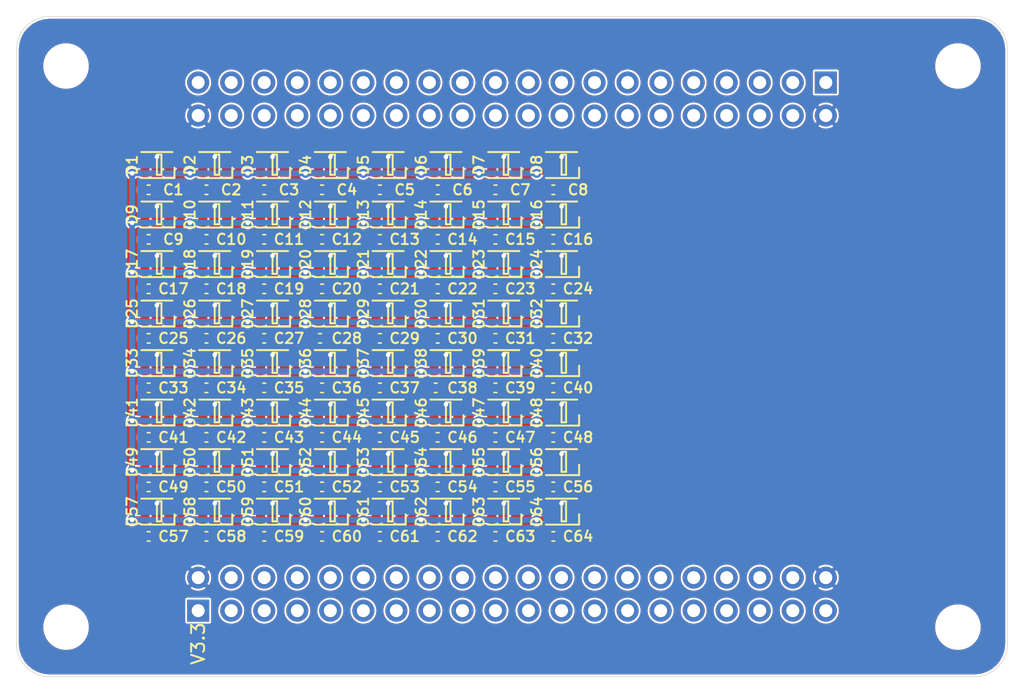
<source format=kicad_pcb>
(kicad_pcb (version 20171130) (host pcbnew 5.1.9+dfsg1-1)
  (layers (0 F.Cu signal) (31 B.Cu signal) (34 B.Paste user) (35 F.Paste user) (36 B.SilkS user) (37 F.SilkS user) (38 B.Mask user) (39 F.Mask user) (44 Edge.Cuts user))
  (net 0 "")
  (net 1 "Net-(D1-Pad3)")
  (net 2 "Net-(D1-Pad1)")
  (net 3 "Net-(J1-Pad79)")
  (net 4 "Net-(J1-Pad78)")
  (net 5 "Net-(J1-Pad77)")
  (net 6 "Net-(J1-Pad76)")
  (net 7 "Net-(J1-Pad75)")
  (net 8 "Net-(J1-Pad74)")
  (net 9 "Net-(J1-Pad73)")
  (net 10 "Net-(J1-Pad72)")
  (net 11 "Net-(J1-Pad71)")
  (net 12 "Net-(J1-Pad70)")
  (net 13 "Net-(J1-Pad69)")
  (net 14 "Net-(J1-Pad68)")
  (net 15 "Net-(J1-Pad67)")
  (net 16 "Net-(J1-Pad66)")
  (net 17 "Net-(J1-Pad65)")
  (net 18 "Net-(J1-Pad64)")
  (net 19 "Net-(J1-Pad63)")
  (net 20 "Net-(J1-Pad62)")
  (net 21 "Net-(J1-Pad61)")
  (net 22 "Net-(J1-Pad60)")
  (net 23 "Net-(J1-Pad59)")
  (net 24 "Net-(J1-Pad58)")
  (net 25 "Net-(J1-Pad57)")
  (net 26 "Net-(J1-Pad56)")
  (net 27 "Net-(J1-Pad55)")
  (net 28 "Net-(J1-Pad54)")
  (net 29 "Net-(J1-Pad53)")
  (net 30 "Net-(J1-Pad52)")
  (net 31 "Net-(J1-Pad51)")
  (net 32 "Net-(J1-Pad50)")
  (net 33 "Net-(J1-Pad49)")
  (net 34 "Net-(J1-Pad48)")
  (net 35 "Net-(J1-Pad47)")
  (net 36 "Net-(J1-Pad46)")
  (net 37 "Net-(J1-Pad45)")
  (net 38 "Net-(J1-Pad44)")
  (net 39 "Net-(J1-Pad43)")
  (net 40 "Net-(J1-Pad41)")
  (net 41 "Net-(J1-Pad39)")
  (net 42 "Net-(J1-Pad38)")
  (net 43 "Net-(J1-Pad37)")
  (net 44 "Net-(J1-Pad36)")
  (net 45 "Net-(J1-Pad35)")
  (net 46 "Net-(J1-Pad34)")
  (net 47 "Net-(J1-Pad33)")
  (net 48 "Net-(J1-Pad32)")
  (net 49 "Net-(J1-Pad31)")
  (net 50 "Net-(J1-Pad30)")
  (net 51 "Net-(J1-Pad29)")
  (net 52 "Net-(J1-Pad28)")
  (net 53 "Net-(J1-Pad27)")
  (net 54 "Net-(J1-Pad26)")
  (net 55 "Net-(J1-Pad25)")
  (net 56 "Net-(J1-Pad24)")
  (net 57 "Net-(J1-Pad23)")
  (net 58 "Net-(J1-Pad22)")
  (net 59 "Net-(J1-Pad21)")
  (net 60 "Net-(J1-Pad20)")
  (net 61 "Net-(J1-Pad19)")
  (net 62 "Net-(J1-Pad18)")
  (net 63 "Net-(J1-Pad17)")
  (net 64 "Net-(J1-Pad16)")
  (net 65 "Net-(J1-Pad15)")
  (net 66 "Net-(J1-Pad14)")
  (net 67 "Net-(J1-Pad13)")
  (net 68 "Net-(J1-Pad12)")
  (net 69 "Net-(J1-Pad11)")
  (net 70 "Net-(J1-Pad10)")
  (net 71 "Net-(J1-Pad9)")
  (net 72 "Net-(J1-Pad8)")
  (net 73 "Net-(J1-Pad7)")
  (net 74 "Net-(J1-Pad6)")
  (net 75 "Net-(J1-Pad5)")
  (net 76 "Net-(J1-Pad4)")
  (net 77 "Net-(J1-Pad3)")
  (net 78 "Net-(J1-Pad1)")
  (net 79 "Net-(D2-Pad1)")
  (net 80 "Net-(D3-Pad1)")
  (net 81 "Net-(D4-Pad1)")
  (net 82 "Net-(D5-Pad1)")
  (net 83 "Net-(D6-Pad1)")
  (net 84 "Net-(D7-Pad1)")
  (net 85 "Net-(D8-Pad1)")
  (net 86 +5V)
  (net 87 GND)
  (net 88 "Net-(D10-Pad3)")
  (net 89 "Net-(D10-Pad1)")
  (net 90 "Net-(D11-Pad1)")
  (net 91 "Net-(D12-Pad1)")
  (net 92 "Net-(D13-Pad1)")
  (net 93 "Net-(D14-Pad1)")
  (net 94 "Net-(D15-Pad1)")
  (net 95 "Net-(D16-Pad1)")
  (net 96 "Net-(D17-Pad1)")
  (net 97 "Net-(D18-Pad1)")
  (net 98 "Net-(D19-Pad1)")
  (net 99 "Net-(D20-Pad1)")
  (net 100 "Net-(D21-Pad1)")
  (net 101 "Net-(D22-Pad1)")
  (net 102 "Net-(D23-Pad1)")
  (net 103 "Net-(D24-Pad1)")
  (net 104 "Net-(D25-Pad1)")
  (net 105 "Net-(D26-Pad1)")
  (net 106 "Net-(D27-Pad1)")
  (net 107 "Net-(D28-Pad1)")
  (net 108 "Net-(D29-Pad1)")
  (net 109 "Net-(D30-Pad1)")
  (net 110 "Net-(D31-Pad1)")
  (net 111 "Net-(D32-Pad1)")
  (net 112 "Net-(D33-Pad1)")
  (net 113 "Net-(D34-Pad1)")
  (net 114 "Net-(D35-Pad1)")
  (net 115 "Net-(D36-Pad1)")
  (net 116 "Net-(D37-Pad1)")
  (net 117 "Net-(D38-Pad1)")
  (net 118 "Net-(D39-Pad1)")
  (net 119 "Net-(D40-Pad1)")
  (net 120 "Net-(D41-Pad1)")
  (net 121 "Net-(D42-Pad1)")
  (net 122 "Net-(D43-Pad1)")
  (net 123 "Net-(D44-Pad1)")
  (net 124 "Net-(D45-Pad1)")
  (net 125 "Net-(D46-Pad1)")
  (net 126 "Net-(D47-Pad1)")
  (net 127 "Net-(D48-Pad1)")
  (net 128 "Net-(D49-Pad1)")
  (net 129 "Net-(D50-Pad1)")
  (net 130 "Net-(D51-Pad1)")
  (net 131 "Net-(D52-Pad1)")
  (net 132 "Net-(D53-Pad1)")
  (net 133 "Net-(D54-Pad1)")
  (net 134 "Net-(D55-Pad1)")
  (net 135 "Net-(D56-Pad1)")
  (net 136 "Net-(D57-Pad1)")
  (net 137 "Net-(D58-Pad1)")
  (net 138 "Net-(D60-Pad1)")
  (net 139 "Net-(D62-Pad1)")
  (net 140 "Net-(D64-Pad1)")
  (net 141 "Net-(D59-Pad1)")
  (net 142 "Net-(D61-Pad1)")
  (net 143 "Net-(D63-Pad1)")
  (module stm32world:LED_WS2812C-2020 (layer F.Cu) (at 154.305 114.3)
    (fp_text reference D64 (at -1.905 0 90) (layer F.SilkS) (effects (font (size 0.8 0.8))))
    (fp_text value WS2812)
    (pad 4 smd rect (at -0.915 0.55) (size 0.7 0.7) (layers F.Cu F.Paste F.Mask) (net 86 +5V))
    (pad 3 smd rect (at -0.915 -0.55) (size 0.7 0.7) (layers F.Cu F.Paste F.Mask) (net 143 "Net-(D63-Pad1)"))
    (pad 2 smd rect (at 0.915 -0.55) (size 0.7 0.7) (layers F.Cu F.Paste F.Mask) (net 87 GND))
    (pad 1 smd rect (at 0.915 0.55) (size 0.7 0.7) (layers F.Cu F.Paste F.Mask) (net 140 "Net-(D64-Pad1)"))
  )
  (module stm32world:LED_WS2812C-2020 (layer F.Cu) (at 149.86 114.3)
    (fp_text reference D63 (at -1.905 0 90) (layer F.SilkS) (effects (font (size 0.8 0.8))))
    (fp_text value WS2812)
    (pad 4 smd rect (at -0.915 0.55) (size 0.7 0.7) (layers F.Cu F.Paste F.Mask) (net 86 +5V))
    (pad 3 smd rect (at -0.915 -0.55) (size 0.7 0.7) (layers F.Cu F.Paste F.Mask) (net 139 "Net-(D62-Pad1)"))
    (pad 2 smd rect (at 0.915 -0.55) (size 0.7 0.7) (layers F.Cu F.Paste F.Mask) (net 87 GND))
    (pad 1 smd rect (at 0.915 0.55) (size 0.7 0.7) (layers F.Cu F.Paste F.Mask) (net 143 "Net-(D63-Pad1)"))
  )
  (module stm32world:LED_WS2812C-2020 (layer F.Cu) (at 145.415 114.3)
    (fp_text reference D62 (at -1.905 0 90) (layer F.SilkS) (effects (font (size 0.8 0.8))))
    (fp_text value WS2812)
    (pad 4 smd rect (at -0.915 0.55) (size 0.7 0.7) (layers F.Cu F.Paste F.Mask) (net 86 +5V))
    (pad 3 smd rect (at -0.915 -0.55) (size 0.7 0.7) (layers F.Cu F.Paste F.Mask) (net 142 "Net-(D61-Pad1)"))
    (pad 2 smd rect (at 0.915 -0.55) (size 0.7 0.7) (layers F.Cu F.Paste F.Mask) (net 87 GND))
    (pad 1 smd rect (at 0.915 0.55) (size 0.7 0.7) (layers F.Cu F.Paste F.Mask) (net 139 "Net-(D62-Pad1)"))
  )
  (module stm32world:LED_WS2812C-2020 (layer F.Cu) (at 140.97 114.3)
    (fp_text reference D61 (at -1.905 0 90) (layer F.SilkS) (effects (font (size 0.8 0.8))))
    (fp_text value WS2812)
    (pad 4 smd rect (at -0.915 0.55) (size 0.7 0.7) (layers F.Cu F.Paste F.Mask) (net 86 +5V))
    (pad 3 smd rect (at -0.915 -0.55) (size 0.7 0.7) (layers F.Cu F.Paste F.Mask) (net 138 "Net-(D60-Pad1)"))
    (pad 2 smd rect (at 0.915 -0.55) (size 0.7 0.7) (layers F.Cu F.Paste F.Mask) (net 87 GND))
    (pad 1 smd rect (at 0.915 0.55) (size 0.7 0.7) (layers F.Cu F.Paste F.Mask) (net 142 "Net-(D61-Pad1)"))
  )
  (module stm32world:LED_WS2812C-2020 (layer F.Cu) (at 136.525 114.3)
    (fp_text reference D60 (at -1.905 0 90) (layer F.SilkS) (effects (font (size 0.8 0.8))))
    (fp_text value WS2812)
    (pad 4 smd rect (at -0.915 0.55) (size 0.7 0.7) (layers F.Cu F.Paste F.Mask) (net 86 +5V))
    (pad 3 smd rect (at -0.915 -0.55) (size 0.7 0.7) (layers F.Cu F.Paste F.Mask) (net 141 "Net-(D59-Pad1)"))
    (pad 2 smd rect (at 0.915 -0.55) (size 0.7 0.7) (layers F.Cu F.Paste F.Mask) (net 87 GND))
    (pad 1 smd rect (at 0.915 0.55) (size 0.7 0.7) (layers F.Cu F.Paste F.Mask) (net 138 "Net-(D60-Pad1)"))
  )
  (module stm32world:LED_WS2812C-2020 (layer F.Cu) (at 132.08 114.3)
    (fp_text reference D59 (at -1.905 0 90) (layer F.SilkS) (effects (font (size 0.8 0.8))))
    (fp_text value WS2812)
    (pad 4 smd rect (at -0.915 0.55) (size 0.7 0.7) (layers F.Cu F.Paste F.Mask) (net 86 +5V))
    (pad 3 smd rect (at -0.915 -0.55) (size 0.7 0.7) (layers F.Cu F.Paste F.Mask) (net 137 "Net-(D58-Pad1)"))
    (pad 2 smd rect (at 0.915 -0.55) (size 0.7 0.7) (layers F.Cu F.Paste F.Mask) (net 87 GND))
    (pad 1 smd rect (at 0.915 0.55) (size 0.7 0.7) (layers F.Cu F.Paste F.Mask) (net 141 "Net-(D59-Pad1)"))
  )
  (module stm32world:LED_WS2812C-2020 (layer F.Cu) (at 127.635 114.3)
    (fp_text reference D58 (at -1.905 0 90) (layer F.SilkS) (effects (font (size 0.8 0.8))))
    (fp_text value WS2812)
    (pad 4 smd rect (at -0.915 0.55) (size 0.7 0.7) (layers F.Cu F.Paste F.Mask) (net 86 +5V))
    (pad 3 smd rect (at -0.915 -0.55) (size 0.7 0.7) (layers F.Cu F.Paste F.Mask) (net 136 "Net-(D57-Pad1)"))
    (pad 2 smd rect (at 0.915 -0.55) (size 0.7 0.7) (layers F.Cu F.Paste F.Mask) (net 87 GND))
    (pad 1 smd rect (at 0.915 0.55) (size 0.7 0.7) (layers F.Cu F.Paste F.Mask) (net 137 "Net-(D58-Pad1)"))
  )
  (module stm32world:LED_WS2812C-2020 (layer F.Cu) (at 123.19 114.3)
    (fp_text reference D57 (at -1.905 0 90) (layer F.SilkS) (effects (font (size 0.8 0.8))))
    (fp_text value WS2812)
    (pad 4 smd rect (at -0.915 0.55) (size 0.7 0.7) (layers F.Cu F.Paste F.Mask) (net 86 +5V))
    (pad 3 smd rect (at -0.915 -0.55) (size 0.7 0.7) (layers F.Cu F.Paste F.Mask) (net 135 "Net-(D56-Pad1)"))
    (pad 2 smd rect (at 0.915 -0.55) (size 0.7 0.7) (layers F.Cu F.Paste F.Mask) (net 87 GND))
    (pad 1 smd rect (at 0.915 0.55) (size 0.7 0.7) (layers F.Cu F.Paste F.Mask) (net 136 "Net-(D57-Pad1)"))
  )
  (module stm32world:LED_WS2812C-2020 (layer F.Cu) (at 154.305 110.49)
    (fp_text reference D56 (at -1.905 0 90) (layer F.SilkS) (effects (font (size 0.8 0.8))))
    (fp_text value WS2812)
    (pad 4 smd rect (at -0.915 0.55) (size 0.7 0.7) (layers F.Cu F.Paste F.Mask) (net 86 +5V))
    (pad 3 smd rect (at -0.915 -0.55) (size 0.7 0.7) (layers F.Cu F.Paste F.Mask) (net 134 "Net-(D55-Pad1)"))
    (pad 2 smd rect (at 0.915 -0.55) (size 0.7 0.7) (layers F.Cu F.Paste F.Mask) (net 87 GND))
    (pad 1 smd rect (at 0.915 0.55) (size 0.7 0.7) (layers F.Cu F.Paste F.Mask) (net 135 "Net-(D56-Pad1)"))
  )
  (module stm32world:LED_WS2812C-2020 (layer F.Cu) (at 149.86 110.49)
    (fp_text reference D55 (at -1.905 0 90) (layer F.SilkS) (effects (font (size 0.8 0.8))))
    (fp_text value WS2812)
    (pad 4 smd rect (at -0.915 0.55) (size 0.7 0.7) (layers F.Cu F.Paste F.Mask) (net 86 +5V))
    (pad 3 smd rect (at -0.915 -0.55) (size 0.7 0.7) (layers F.Cu F.Paste F.Mask) (net 133 "Net-(D54-Pad1)"))
    (pad 2 smd rect (at 0.915 -0.55) (size 0.7 0.7) (layers F.Cu F.Paste F.Mask) (net 87 GND))
    (pad 1 smd rect (at 0.915 0.55) (size 0.7 0.7) (layers F.Cu F.Paste F.Mask) (net 134 "Net-(D55-Pad1)"))
  )
  (module stm32world:LED_WS2812C-2020 (layer F.Cu) (at 145.415 110.49)
    (fp_text reference D54 (at -1.905 0 90) (layer F.SilkS) (effects (font (size 0.8 0.8))))
    (fp_text value WS2812)
    (pad 4 smd rect (at -0.915 0.55) (size 0.7 0.7) (layers F.Cu F.Paste F.Mask) (net 86 +5V))
    (pad 3 smd rect (at -0.915 -0.55) (size 0.7 0.7) (layers F.Cu F.Paste F.Mask) (net 132 "Net-(D53-Pad1)"))
    (pad 2 smd rect (at 0.915 -0.55) (size 0.7 0.7) (layers F.Cu F.Paste F.Mask) (net 87 GND))
    (pad 1 smd rect (at 0.915 0.55) (size 0.7 0.7) (layers F.Cu F.Paste F.Mask) (net 133 "Net-(D54-Pad1)"))
  )
  (module stm32world:LED_WS2812C-2020 (layer F.Cu) (at 140.97 110.49)
    (fp_text reference D53 (at -1.905 0 90) (layer F.SilkS) (effects (font (size 0.8 0.8))))
    (fp_text value WS2812)
    (pad 4 smd rect (at -0.915 0.55) (size 0.7 0.7) (layers F.Cu F.Paste F.Mask) (net 86 +5V))
    (pad 3 smd rect (at -0.915 -0.55) (size 0.7 0.7) (layers F.Cu F.Paste F.Mask) (net 131 "Net-(D52-Pad1)"))
    (pad 2 smd rect (at 0.915 -0.55) (size 0.7 0.7) (layers F.Cu F.Paste F.Mask) (net 87 GND))
    (pad 1 smd rect (at 0.915 0.55) (size 0.7 0.7) (layers F.Cu F.Paste F.Mask) (net 132 "Net-(D53-Pad1)"))
  )
  (module stm32world:LED_WS2812C-2020 (layer F.Cu) (at 136.525 110.49)
    (fp_text reference D52 (at -1.905 0 90) (layer F.SilkS) (effects (font (size 0.8 0.8))))
    (fp_text value WS2812)
    (pad 4 smd rect (at -0.915 0.55) (size 0.7 0.7) (layers F.Cu F.Paste F.Mask) (net 86 +5V))
    (pad 3 smd rect (at -0.915 -0.55) (size 0.7 0.7) (layers F.Cu F.Paste F.Mask) (net 130 "Net-(D51-Pad1)"))
    (pad 2 smd rect (at 0.915 -0.55) (size 0.7 0.7) (layers F.Cu F.Paste F.Mask) (net 87 GND))
    (pad 1 smd rect (at 0.915 0.55) (size 0.7 0.7) (layers F.Cu F.Paste F.Mask) (net 131 "Net-(D52-Pad1)"))
  )
  (module stm32world:LED_WS2812C-2020 (layer F.Cu) (at 132.08 110.49)
    (fp_text reference D51 (at -1.905 0 90) (layer F.SilkS) (effects (font (size 0.8 0.8))))
    (fp_text value WS2812)
    (pad 4 smd rect (at -0.915 0.55) (size 0.7 0.7) (layers F.Cu F.Paste F.Mask) (net 86 +5V))
    (pad 3 smd rect (at -0.915 -0.55) (size 0.7 0.7) (layers F.Cu F.Paste F.Mask) (net 129 "Net-(D50-Pad1)"))
    (pad 2 smd rect (at 0.915 -0.55) (size 0.7 0.7) (layers F.Cu F.Paste F.Mask) (net 87 GND))
    (pad 1 smd rect (at 0.915 0.55) (size 0.7 0.7) (layers F.Cu F.Paste F.Mask) (net 130 "Net-(D51-Pad1)"))
  )
  (module stm32world:LED_WS2812C-2020 (layer F.Cu) (at 127.635 110.49)
    (fp_text reference D50 (at -1.905 0 90) (layer F.SilkS) (effects (font (size 0.8 0.8))))
    (fp_text value WS2812)
    (pad 4 smd rect (at -0.915 0.55) (size 0.7 0.7) (layers F.Cu F.Paste F.Mask) (net 86 +5V))
    (pad 3 smd rect (at -0.915 -0.55) (size 0.7 0.7) (layers F.Cu F.Paste F.Mask) (net 128 "Net-(D49-Pad1)"))
    (pad 2 smd rect (at 0.915 -0.55) (size 0.7 0.7) (layers F.Cu F.Paste F.Mask) (net 87 GND))
    (pad 1 smd rect (at 0.915 0.55) (size 0.7 0.7) (layers F.Cu F.Paste F.Mask) (net 129 "Net-(D50-Pad1)"))
  )
  (module stm32world:LED_WS2812C-2020 (layer F.Cu) (at 123.19 110.49)
    (fp_text reference D49 (at -1.905 0 90) (layer F.SilkS) (effects (font (size 0.8 0.8))))
    (fp_text value WS2812)
    (pad 4 smd rect (at -0.915 0.55) (size 0.7 0.7) (layers F.Cu F.Paste F.Mask) (net 86 +5V))
    (pad 3 smd rect (at -0.915 -0.55) (size 0.7 0.7) (layers F.Cu F.Paste F.Mask) (net 127 "Net-(D48-Pad1)"))
    (pad 2 smd rect (at 0.915 -0.55) (size 0.7 0.7) (layers F.Cu F.Paste F.Mask) (net 87 GND))
    (pad 1 smd rect (at 0.915 0.55) (size 0.7 0.7) (layers F.Cu F.Paste F.Mask) (net 128 "Net-(D49-Pad1)"))
  )
  (module stm32world:LED_WS2812C-2020 (layer F.Cu) (at 154.305 106.68)
    (fp_text reference D48 (at -1.905 0 90) (layer F.SilkS) (effects (font (size 0.8 0.8))))
    (fp_text value WS2812)
    (pad 4 smd rect (at -0.915 0.55) (size 0.7 0.7) (layers F.Cu F.Paste F.Mask) (net 86 +5V))
    (pad 3 smd rect (at -0.915 -0.55) (size 0.7 0.7) (layers F.Cu F.Paste F.Mask) (net 126 "Net-(D47-Pad1)"))
    (pad 2 smd rect (at 0.915 -0.55) (size 0.7 0.7) (layers F.Cu F.Paste F.Mask) (net 87 GND))
    (pad 1 smd rect (at 0.915 0.55) (size 0.7 0.7) (layers F.Cu F.Paste F.Mask) (net 127 "Net-(D48-Pad1)"))
  )
  (module stm32world:LED_WS2812C-2020 (layer F.Cu) (at 149.86 106.68)
    (fp_text reference D47 (at -1.905 0 90) (layer F.SilkS) (effects (font (size 0.8 0.8))))
    (fp_text value WS2812)
    (pad 4 smd rect (at -0.915 0.55) (size 0.7 0.7) (layers F.Cu F.Paste F.Mask) (net 86 +5V))
    (pad 3 smd rect (at -0.915 -0.55) (size 0.7 0.7) (layers F.Cu F.Paste F.Mask) (net 125 "Net-(D46-Pad1)"))
    (pad 2 smd rect (at 0.915 -0.55) (size 0.7 0.7) (layers F.Cu F.Paste F.Mask) (net 87 GND))
    (pad 1 smd rect (at 0.915 0.55) (size 0.7 0.7) (layers F.Cu F.Paste F.Mask) (net 126 "Net-(D47-Pad1)"))
  )
  (module stm32world:LED_WS2812C-2020 (layer F.Cu) (at 145.415 106.68)
    (fp_text reference D46 (at -1.905 0 90) (layer F.SilkS) (effects (font (size 0.8 0.8))))
    (fp_text value WS2812)
    (pad 4 smd rect (at -0.915 0.55) (size 0.7 0.7) (layers F.Cu F.Paste F.Mask) (net 86 +5V))
    (pad 3 smd rect (at -0.915 -0.55) (size 0.7 0.7) (layers F.Cu F.Paste F.Mask) (net 124 "Net-(D45-Pad1)"))
    (pad 2 smd rect (at 0.915 -0.55) (size 0.7 0.7) (layers F.Cu F.Paste F.Mask) (net 87 GND))
    (pad 1 smd rect (at 0.915 0.55) (size 0.7 0.7) (layers F.Cu F.Paste F.Mask) (net 125 "Net-(D46-Pad1)"))
  )
  (module stm32world:LED_WS2812C-2020 (layer F.Cu) (at 140.97 106.68)
    (fp_text reference D45 (at -1.905 0 90) (layer F.SilkS) (effects (font (size 0.8 0.8))))
    (fp_text value WS2812)
    (pad 4 smd rect (at -0.915 0.55) (size 0.7 0.7) (layers F.Cu F.Paste F.Mask) (net 86 +5V))
    (pad 3 smd rect (at -0.915 -0.55) (size 0.7 0.7) (layers F.Cu F.Paste F.Mask) (net 123 "Net-(D44-Pad1)"))
    (pad 2 smd rect (at 0.915 -0.55) (size 0.7 0.7) (layers F.Cu F.Paste F.Mask) (net 87 GND))
    (pad 1 smd rect (at 0.915 0.55) (size 0.7 0.7) (layers F.Cu F.Paste F.Mask) (net 124 "Net-(D45-Pad1)"))
  )
  (module stm32world:LED_WS2812C-2020 (layer F.Cu) (at 136.525 106.68)
    (fp_text reference D44 (at -1.905 0 90) (layer F.SilkS) (effects (font (size 0.8 0.8))))
    (fp_text value WS2812)
    (pad 4 smd rect (at -0.915 0.55) (size 0.7 0.7) (layers F.Cu F.Paste F.Mask) (net 86 +5V))
    (pad 3 smd rect (at -0.915 -0.55) (size 0.7 0.7) (layers F.Cu F.Paste F.Mask) (net 122 "Net-(D43-Pad1)"))
    (pad 2 smd rect (at 0.915 -0.55) (size 0.7 0.7) (layers F.Cu F.Paste F.Mask) (net 87 GND))
    (pad 1 smd rect (at 0.915 0.55) (size 0.7 0.7) (layers F.Cu F.Paste F.Mask) (net 123 "Net-(D44-Pad1)"))
  )
  (module stm32world:LED_WS2812C-2020 (layer F.Cu) (at 132.08 106.68)
    (fp_text reference D43 (at -1.905 0 90) (layer F.SilkS) (effects (font (size 0.8 0.8))))
    (fp_text value WS2812)
    (pad 4 smd rect (at -0.915 0.55) (size 0.7 0.7) (layers F.Cu F.Paste F.Mask) (net 86 +5V))
    (pad 3 smd rect (at -0.915 -0.55) (size 0.7 0.7) (layers F.Cu F.Paste F.Mask) (net 121 "Net-(D42-Pad1)"))
    (pad 2 smd rect (at 0.915 -0.55) (size 0.7 0.7) (layers F.Cu F.Paste F.Mask) (net 87 GND))
    (pad 1 smd rect (at 0.915 0.55) (size 0.7 0.7) (layers F.Cu F.Paste F.Mask) (net 122 "Net-(D43-Pad1)"))
  )
  (module stm32world:LED_WS2812C-2020 (layer F.Cu) (at 127.635 106.68)
    (fp_text reference D42 (at -1.905 0 90) (layer F.SilkS) (effects (font (size 0.8 0.8))))
    (fp_text value WS2812)
    (pad 4 smd rect (at -0.915 0.55) (size 0.7 0.7) (layers F.Cu F.Paste F.Mask) (net 86 +5V))
    (pad 3 smd rect (at -0.915 -0.55) (size 0.7 0.7) (layers F.Cu F.Paste F.Mask) (net 120 "Net-(D41-Pad1)"))
    (pad 2 smd rect (at 0.915 -0.55) (size 0.7 0.7) (layers F.Cu F.Paste F.Mask) (net 87 GND))
    (pad 1 smd rect (at 0.915 0.55) (size 0.7 0.7) (layers F.Cu F.Paste F.Mask) (net 121 "Net-(D42-Pad1)"))
  )
  (module stm32world:LED_WS2812C-2020 (layer F.Cu) (at 123.19 106.68)
    (fp_text reference D41 (at -1.905 0 90) (layer F.SilkS) (effects (font (size 0.8 0.8))))
    (fp_text value WS2812)
    (pad 4 smd rect (at -0.915 0.55) (size 0.7 0.7) (layers F.Cu F.Paste F.Mask) (net 86 +5V))
    (pad 3 smd rect (at -0.915 -0.55) (size 0.7 0.7) (layers F.Cu F.Paste F.Mask) (net 119 "Net-(D40-Pad1)"))
    (pad 2 smd rect (at 0.915 -0.55) (size 0.7 0.7) (layers F.Cu F.Paste F.Mask) (net 87 GND))
    (pad 1 smd rect (at 0.915 0.55) (size 0.7 0.7) (layers F.Cu F.Paste F.Mask) (net 120 "Net-(D41-Pad1)"))
  )
  (module stm32world:LED_WS2812C-2020 (layer F.Cu) (at 154.305 102.87)
    (fp_text reference D40 (at -1.905 0 90) (layer F.SilkS) (effects (font (size 0.8 0.8))))
    (fp_text value WS2812)
    (pad 4 smd rect (at -0.915 0.55) (size 0.7 0.7) (layers F.Cu F.Paste F.Mask) (net 86 +5V))
    (pad 3 smd rect (at -0.915 -0.55) (size 0.7 0.7) (layers F.Cu F.Paste F.Mask) (net 118 "Net-(D39-Pad1)"))
    (pad 2 smd rect (at 0.915 -0.55) (size 0.7 0.7) (layers F.Cu F.Paste F.Mask) (net 87 GND))
    (pad 1 smd rect (at 0.915 0.55) (size 0.7 0.7) (layers F.Cu F.Paste F.Mask) (net 119 "Net-(D40-Pad1)"))
  )
  (module stm32world:LED_WS2812C-2020 (layer F.Cu) (at 149.86 102.87)
    (fp_text reference D39 (at -1.905 0 90) (layer F.SilkS) (effects (font (size 0.8 0.8))))
    (fp_text value WS2812)
    (pad 4 smd rect (at -0.915 0.55) (size 0.7 0.7) (layers F.Cu F.Paste F.Mask) (net 86 +5V))
    (pad 3 smd rect (at -0.915 -0.55) (size 0.7 0.7) (layers F.Cu F.Paste F.Mask) (net 117 "Net-(D38-Pad1)"))
    (pad 2 smd rect (at 0.915 -0.55) (size 0.7 0.7) (layers F.Cu F.Paste F.Mask) (net 87 GND))
    (pad 1 smd rect (at 0.915 0.55) (size 0.7 0.7) (layers F.Cu F.Paste F.Mask) (net 118 "Net-(D39-Pad1)"))
  )
  (module stm32world:LED_WS2812C-2020 (layer F.Cu) (at 145.415 102.87)
    (fp_text reference D38 (at -1.905 0 90) (layer F.SilkS) (effects (font (size 0.8 0.8))))
    (fp_text value WS2812)
    (pad 4 smd rect (at -0.915 0.55) (size 0.7 0.7) (layers F.Cu F.Paste F.Mask) (net 86 +5V))
    (pad 3 smd rect (at -0.915 -0.55) (size 0.7 0.7) (layers F.Cu F.Paste F.Mask) (net 116 "Net-(D37-Pad1)"))
    (pad 2 smd rect (at 0.915 -0.55) (size 0.7 0.7) (layers F.Cu F.Paste F.Mask) (net 87 GND))
    (pad 1 smd rect (at 0.915 0.55) (size 0.7 0.7) (layers F.Cu F.Paste F.Mask) (net 117 "Net-(D38-Pad1)"))
  )
  (module stm32world:LED_WS2812C-2020 (layer F.Cu) (at 140.97 102.87)
    (fp_text reference D37 (at -1.905 0 90) (layer F.SilkS) (effects (font (size 0.8 0.8))))
    (fp_text value WS2812)
    (pad 4 smd rect (at -0.915 0.55) (size 0.7 0.7) (layers F.Cu F.Paste F.Mask) (net 86 +5V))
    (pad 3 smd rect (at -0.915 -0.55) (size 0.7 0.7) (layers F.Cu F.Paste F.Mask) (net 115 "Net-(D36-Pad1)"))
    (pad 2 smd rect (at 0.915 -0.55) (size 0.7 0.7) (layers F.Cu F.Paste F.Mask) (net 87 GND))
    (pad 1 smd rect (at 0.915 0.55) (size 0.7 0.7) (layers F.Cu F.Paste F.Mask) (net 116 "Net-(D37-Pad1)"))
  )
  (module stm32world:LED_WS2812C-2020 (layer F.Cu) (at 136.525 102.87)
    (fp_text reference D36 (at -1.905 0 90) (layer F.SilkS) (effects (font (size 0.8 0.8))))
    (fp_text value WS2812)
    (pad 4 smd rect (at -0.915 0.55) (size 0.7 0.7) (layers F.Cu F.Paste F.Mask) (net 86 +5V))
    (pad 3 smd rect (at -0.915 -0.55) (size 0.7 0.7) (layers F.Cu F.Paste F.Mask) (net 114 "Net-(D35-Pad1)"))
    (pad 2 smd rect (at 0.915 -0.55) (size 0.7 0.7) (layers F.Cu F.Paste F.Mask) (net 87 GND))
    (pad 1 smd rect (at 0.915 0.55) (size 0.7 0.7) (layers F.Cu F.Paste F.Mask) (net 115 "Net-(D36-Pad1)"))
  )
  (module stm32world:LED_WS2812C-2020 (layer F.Cu) (at 132.08 102.87)
    (fp_text reference D35 (at -1.905 0 90) (layer F.SilkS) (effects (font (size 0.8 0.8))))
    (fp_text value WS2812)
    (pad 4 smd rect (at -0.915 0.55) (size 0.7 0.7) (layers F.Cu F.Paste F.Mask) (net 86 +5V))
    (pad 3 smd rect (at -0.915 -0.55) (size 0.7 0.7) (layers F.Cu F.Paste F.Mask) (net 113 "Net-(D34-Pad1)"))
    (pad 2 smd rect (at 0.915 -0.55) (size 0.7 0.7) (layers F.Cu F.Paste F.Mask) (net 87 GND))
    (pad 1 smd rect (at 0.915 0.55) (size 0.7 0.7) (layers F.Cu F.Paste F.Mask) (net 114 "Net-(D35-Pad1)"))
  )
  (module stm32world:LED_WS2812C-2020 (layer F.Cu) (at 127.635 102.87)
    (fp_text reference D34 (at -1.905 0 90) (layer F.SilkS) (effects (font (size 0.8 0.8))))
    (fp_text value WS2812)
    (pad 4 smd rect (at -0.915 0.55) (size 0.7 0.7) (layers F.Cu F.Paste F.Mask) (net 86 +5V))
    (pad 3 smd rect (at -0.915 -0.55) (size 0.7 0.7) (layers F.Cu F.Paste F.Mask) (net 112 "Net-(D33-Pad1)"))
    (pad 2 smd rect (at 0.915 -0.55) (size 0.7 0.7) (layers F.Cu F.Paste F.Mask) (net 87 GND))
    (pad 1 smd rect (at 0.915 0.55) (size 0.7 0.7) (layers F.Cu F.Paste F.Mask) (net 113 "Net-(D34-Pad1)"))
  )
  (module stm32world:LED_WS2812C-2020 (layer F.Cu) (at 123.19 102.87)
    (fp_text reference D33 (at -1.905 0 90) (layer F.SilkS) (effects (font (size 0.8 0.8))))
    (fp_text value WS2812)
    (pad 4 smd rect (at -0.915 0.55) (size 0.7 0.7) (layers F.Cu F.Paste F.Mask) (net 86 +5V))
    (pad 3 smd rect (at -0.915 -0.55) (size 0.7 0.7) (layers F.Cu F.Paste F.Mask) (net 111 "Net-(D32-Pad1)"))
    (pad 2 smd rect (at 0.915 -0.55) (size 0.7 0.7) (layers F.Cu F.Paste F.Mask) (net 87 GND))
    (pad 1 smd rect (at 0.915 0.55) (size 0.7 0.7) (layers F.Cu F.Paste F.Mask) (net 112 "Net-(D33-Pad1)"))
  )
  (module stm32world:LED_WS2812C-2020 (layer F.Cu) (at 154.305 99.06)
    (fp_text reference D32 (at -1.905 0 90) (layer F.SilkS) (effects (font (size 0.8 0.8))))
    (fp_text value WS2812)
    (pad 4 smd rect (at -0.915 0.55) (size 0.7 0.7) (layers F.Cu F.Paste F.Mask) (net 86 +5V))
    (pad 3 smd rect (at -0.915 -0.55) (size 0.7 0.7) (layers F.Cu F.Paste F.Mask) (net 110 "Net-(D31-Pad1)"))
    (pad 2 smd rect (at 0.915 -0.55) (size 0.7 0.7) (layers F.Cu F.Paste F.Mask) (net 87 GND))
    (pad 1 smd rect (at 0.915 0.55) (size 0.7 0.7) (layers F.Cu F.Paste F.Mask) (net 111 "Net-(D32-Pad1)"))
  )
  (module stm32world:LED_WS2812C-2020 (layer F.Cu) (at 149.86 99.06)
    (fp_text reference D31 (at -1.905 0 90) (layer F.SilkS) (effects (font (size 0.8 0.8))))
    (fp_text value WS2812)
    (pad 4 smd rect (at -0.915 0.55) (size 0.7 0.7) (layers F.Cu F.Paste F.Mask) (net 86 +5V))
    (pad 3 smd rect (at -0.915 -0.55) (size 0.7 0.7) (layers F.Cu F.Paste F.Mask) (net 109 "Net-(D30-Pad1)"))
    (pad 2 smd rect (at 0.915 -0.55) (size 0.7 0.7) (layers F.Cu F.Paste F.Mask) (net 87 GND))
    (pad 1 smd rect (at 0.915 0.55) (size 0.7 0.7) (layers F.Cu F.Paste F.Mask) (net 110 "Net-(D31-Pad1)"))
  )
  (module stm32world:LED_WS2812C-2020 (layer F.Cu) (at 145.415 99.06)
    (fp_text reference D30 (at -1.905 0 90) (layer F.SilkS) (effects (font (size 0.8 0.8))))
    (fp_text value WS2812)
    (pad 4 smd rect (at -0.915 0.55) (size 0.7 0.7) (layers F.Cu F.Paste F.Mask) (net 86 +5V))
    (pad 3 smd rect (at -0.915 -0.55) (size 0.7 0.7) (layers F.Cu F.Paste F.Mask) (net 108 "Net-(D29-Pad1)"))
    (pad 2 smd rect (at 0.915 -0.55) (size 0.7 0.7) (layers F.Cu F.Paste F.Mask) (net 87 GND))
    (pad 1 smd rect (at 0.915 0.55) (size 0.7 0.7) (layers F.Cu F.Paste F.Mask) (net 109 "Net-(D30-Pad1)"))
  )
  (module stm32world:LED_WS2812C-2020 (layer F.Cu) (at 140.97 99.06)
    (fp_text reference D29 (at -1.905 0 90) (layer F.SilkS) (effects (font (size 0.8 0.8))))
    (fp_text value WS2812)
    (pad 4 smd rect (at -0.915 0.55) (size 0.7 0.7) (layers F.Cu F.Paste F.Mask) (net 86 +5V))
    (pad 3 smd rect (at -0.915 -0.55) (size 0.7 0.7) (layers F.Cu F.Paste F.Mask) (net 107 "Net-(D28-Pad1)"))
    (pad 2 smd rect (at 0.915 -0.55) (size 0.7 0.7) (layers F.Cu F.Paste F.Mask) (net 87 GND))
    (pad 1 smd rect (at 0.915 0.55) (size 0.7 0.7) (layers F.Cu F.Paste F.Mask) (net 108 "Net-(D29-Pad1)"))
  )
  (module stm32world:LED_WS2812C-2020 (layer F.Cu) (at 136.525 99.06)
    (fp_text reference D28 (at -1.905 0 90) (layer F.SilkS) (effects (font (size 0.8 0.8))))
    (fp_text value WS2812)
    (pad 4 smd rect (at -0.915 0.55) (size 0.7 0.7) (layers F.Cu F.Paste F.Mask) (net 86 +5V))
    (pad 3 smd rect (at -0.915 -0.55) (size 0.7 0.7) (layers F.Cu F.Paste F.Mask) (net 106 "Net-(D27-Pad1)"))
    (pad 2 smd rect (at 0.915 -0.55) (size 0.7 0.7) (layers F.Cu F.Paste F.Mask) (net 87 GND))
    (pad 1 smd rect (at 0.915 0.55) (size 0.7 0.7) (layers F.Cu F.Paste F.Mask) (net 107 "Net-(D28-Pad1)"))
  )
  (module stm32world:LED_WS2812C-2020 (layer F.Cu) (at 132.08 99.06)
    (fp_text reference D27 (at -1.905 0 90) (layer F.SilkS) (effects (font (size 0.8 0.8))))
    (fp_text value WS2812)
    (pad 4 smd rect (at -0.915 0.55) (size 0.7 0.7) (layers F.Cu F.Paste F.Mask) (net 86 +5V))
    (pad 3 smd rect (at -0.915 -0.55) (size 0.7 0.7) (layers F.Cu F.Paste F.Mask) (net 105 "Net-(D26-Pad1)"))
    (pad 2 smd rect (at 0.915 -0.55) (size 0.7 0.7) (layers F.Cu F.Paste F.Mask) (net 87 GND))
    (pad 1 smd rect (at 0.915 0.55) (size 0.7 0.7) (layers F.Cu F.Paste F.Mask) (net 106 "Net-(D27-Pad1)"))
  )
  (module stm32world:LED_WS2812C-2020 (layer F.Cu) (at 127.635 99.06)
    (fp_text reference D26 (at -1.905 0 90) (layer F.SilkS) (effects (font (size 0.8 0.8))))
    (fp_text value WS2812)
    (pad 4 smd rect (at -0.915 0.55) (size 0.7 0.7) (layers F.Cu F.Paste F.Mask) (net 86 +5V))
    (pad 3 smd rect (at -0.915 -0.55) (size 0.7 0.7) (layers F.Cu F.Paste F.Mask) (net 104 "Net-(D25-Pad1)"))
    (pad 2 smd rect (at 0.915 -0.55) (size 0.7 0.7) (layers F.Cu F.Paste F.Mask) (net 87 GND))
    (pad 1 smd rect (at 0.915 0.55) (size 0.7 0.7) (layers F.Cu F.Paste F.Mask) (net 105 "Net-(D26-Pad1)"))
  )
  (module stm32world:LED_WS2812C-2020 (layer F.Cu) (at 123.19 99.06)
    (fp_text reference D25 (at -1.905 0 90) (layer F.SilkS) (effects (font (size 0.8 0.8))))
    (fp_text value WS2812)
    (pad 4 smd rect (at -0.915 0.55) (size 0.7 0.7) (layers F.Cu F.Paste F.Mask) (net 86 +5V))
    (pad 3 smd rect (at -0.915 -0.55) (size 0.7 0.7) (layers F.Cu F.Paste F.Mask) (net 103 "Net-(D24-Pad1)"))
    (pad 2 smd rect (at 0.915 -0.55) (size 0.7 0.7) (layers F.Cu F.Paste F.Mask) (net 87 GND))
    (pad 1 smd rect (at 0.915 0.55) (size 0.7 0.7) (layers F.Cu F.Paste F.Mask) (net 104 "Net-(D25-Pad1)"))
  )
  (module stm32world:LED_WS2812C-2020 (layer F.Cu) (at 154.305 95.25)
    (fp_text reference D24 (at -1.905 0 90) (layer F.SilkS) (effects (font (size 0.8 0.8))))
    (fp_text value WS2812)
    (pad 4 smd rect (at -0.915 0.55) (size 0.7 0.7) (layers F.Cu F.Paste F.Mask) (net 86 +5V))
    (pad 3 smd rect (at -0.915 -0.55) (size 0.7 0.7) (layers F.Cu F.Paste F.Mask) (net 102 "Net-(D23-Pad1)"))
    (pad 2 smd rect (at 0.915 -0.55) (size 0.7 0.7) (layers F.Cu F.Paste F.Mask) (net 87 GND))
    (pad 1 smd rect (at 0.915 0.55) (size 0.7 0.7) (layers F.Cu F.Paste F.Mask) (net 103 "Net-(D24-Pad1)"))
  )
  (module stm32world:LED_WS2812C-2020 (layer F.Cu) (at 149.86 95.25)
    (fp_text reference D23 (at -1.905 0 90) (layer F.SilkS) (effects (font (size 0.8 0.8))))
    (fp_text value WS2812)
    (pad 4 smd rect (at -0.915 0.55) (size 0.7 0.7) (layers F.Cu F.Paste F.Mask) (net 86 +5V))
    (pad 3 smd rect (at -0.915 -0.55) (size 0.7 0.7) (layers F.Cu F.Paste F.Mask) (net 101 "Net-(D22-Pad1)"))
    (pad 2 smd rect (at 0.915 -0.55) (size 0.7 0.7) (layers F.Cu F.Paste F.Mask) (net 87 GND))
    (pad 1 smd rect (at 0.915 0.55) (size 0.7 0.7) (layers F.Cu F.Paste F.Mask) (net 102 "Net-(D23-Pad1)"))
  )
  (module stm32world:LED_WS2812C-2020 (layer F.Cu) (at 145.415 95.25)
    (fp_text reference D22 (at -1.905 0 90) (layer F.SilkS) (effects (font (size 0.8 0.8))))
    (fp_text value WS2812)
    (pad 4 smd rect (at -0.915 0.55) (size 0.7 0.7) (layers F.Cu F.Paste F.Mask) (net 86 +5V))
    (pad 3 smd rect (at -0.915 -0.55) (size 0.7 0.7) (layers F.Cu F.Paste F.Mask) (net 100 "Net-(D21-Pad1)"))
    (pad 2 smd rect (at 0.915 -0.55) (size 0.7 0.7) (layers F.Cu F.Paste F.Mask) (net 87 GND))
    (pad 1 smd rect (at 0.915 0.55) (size 0.7 0.7) (layers F.Cu F.Paste F.Mask) (net 101 "Net-(D22-Pad1)"))
  )
  (module stm32world:LED_WS2812C-2020 (layer F.Cu) (at 140.97 95.25)
    (fp_text reference D21 (at -1.905 0 90) (layer F.SilkS) (effects (font (size 0.8 0.8))))
    (fp_text value WS2812)
    (pad 4 smd rect (at -0.915 0.55) (size 0.7 0.7) (layers F.Cu F.Paste F.Mask) (net 86 +5V))
    (pad 3 smd rect (at -0.915 -0.55) (size 0.7 0.7) (layers F.Cu F.Paste F.Mask) (net 99 "Net-(D20-Pad1)"))
    (pad 2 smd rect (at 0.915 -0.55) (size 0.7 0.7) (layers F.Cu F.Paste F.Mask) (net 87 GND))
    (pad 1 smd rect (at 0.915 0.55) (size 0.7 0.7) (layers F.Cu F.Paste F.Mask) (net 100 "Net-(D21-Pad1)"))
  )
  (module stm32world:LED_WS2812C-2020 (layer F.Cu) (at 136.525 95.25)
    (fp_text reference D20 (at -1.905 0 90) (layer F.SilkS) (effects (font (size 0.8 0.8))))
    (fp_text value WS2812)
    (pad 4 smd rect (at -0.915 0.55) (size 0.7 0.7) (layers F.Cu F.Paste F.Mask) (net 86 +5V))
    (pad 3 smd rect (at -0.915 -0.55) (size 0.7 0.7) (layers F.Cu F.Paste F.Mask) (net 98 "Net-(D19-Pad1)"))
    (pad 2 smd rect (at 0.915 -0.55) (size 0.7 0.7) (layers F.Cu F.Paste F.Mask) (net 87 GND))
    (pad 1 smd rect (at 0.915 0.55) (size 0.7 0.7) (layers F.Cu F.Paste F.Mask) (net 99 "Net-(D20-Pad1)"))
  )
  (module stm32world:LED_WS2812C-2020 (layer F.Cu) (at 132.08 95.25)
    (fp_text reference D19 (at -1.905 0 90) (layer F.SilkS) (effects (font (size 0.8 0.8))))
    (fp_text value WS2812)
    (pad 4 smd rect (at -0.915 0.55) (size 0.7 0.7) (layers F.Cu F.Paste F.Mask) (net 86 +5V))
    (pad 3 smd rect (at -0.915 -0.55) (size 0.7 0.7) (layers F.Cu F.Paste F.Mask) (net 97 "Net-(D18-Pad1)"))
    (pad 2 smd rect (at 0.915 -0.55) (size 0.7 0.7) (layers F.Cu F.Paste F.Mask) (net 87 GND))
    (pad 1 smd rect (at 0.915 0.55) (size 0.7 0.7) (layers F.Cu F.Paste F.Mask) (net 98 "Net-(D19-Pad1)"))
  )
  (module stm32world:LED_WS2812C-2020 (layer F.Cu) (at 127.635 95.25)
    (fp_text reference D18 (at -1.905 0 90) (layer F.SilkS) (effects (font (size 0.8 0.8))))
    (fp_text value WS2812)
    (pad 4 smd rect (at -0.915 0.55) (size 0.7 0.7) (layers F.Cu F.Paste F.Mask) (net 86 +5V))
    (pad 3 smd rect (at -0.915 -0.55) (size 0.7 0.7) (layers F.Cu F.Paste F.Mask) (net 96 "Net-(D17-Pad1)"))
    (pad 2 smd rect (at 0.915 -0.55) (size 0.7 0.7) (layers F.Cu F.Paste F.Mask) (net 87 GND))
    (pad 1 smd rect (at 0.915 0.55) (size 0.7 0.7) (layers F.Cu F.Paste F.Mask) (net 97 "Net-(D18-Pad1)"))
  )
  (module stm32world:LED_WS2812C-2020 (layer F.Cu) (at 123.19 95.25)
    (fp_text reference D17 (at -1.905 0 90) (layer F.SilkS) (effects (font (size 0.8 0.8))))
    (fp_text value WS2812)
    (pad 4 smd rect (at -0.915 0.55) (size 0.7 0.7) (layers F.Cu F.Paste F.Mask) (net 86 +5V))
    (pad 3 smd rect (at -0.915 -0.55) (size 0.7 0.7) (layers F.Cu F.Paste F.Mask) (net 95 "Net-(D16-Pad1)"))
    (pad 2 smd rect (at 0.915 -0.55) (size 0.7 0.7) (layers F.Cu F.Paste F.Mask) (net 87 GND))
    (pad 1 smd rect (at 0.915 0.55) (size 0.7 0.7) (layers F.Cu F.Paste F.Mask) (net 96 "Net-(D17-Pad1)"))
  )
  (module stm32world:LED_WS2812C-2020 (layer F.Cu) (at 154.305 91.44)
    (fp_text reference D16 (at -1.905 0 90) (layer F.SilkS) (effects (font (size 0.8 0.8))))
    (fp_text value WS2812)
    (pad 4 smd rect (at -0.915 0.55) (size 0.7 0.7) (layers F.Cu F.Paste F.Mask) (net 86 +5V))
    (pad 3 smd rect (at -0.915 -0.55) (size 0.7 0.7) (layers F.Cu F.Paste F.Mask) (net 94 "Net-(D15-Pad1)"))
    (pad 2 smd rect (at 0.915 -0.55) (size 0.7 0.7) (layers F.Cu F.Paste F.Mask) (net 87 GND))
    (pad 1 smd rect (at 0.915 0.55) (size 0.7 0.7) (layers F.Cu F.Paste F.Mask) (net 95 "Net-(D16-Pad1)"))
  )
  (module stm32world:LED_WS2812C-2020 (layer F.Cu) (at 149.86 91.44)
    (fp_text reference D15 (at -1.905 0 90) (layer F.SilkS) (effects (font (size 0.8 0.8))))
    (fp_text value WS2812)
    (pad 4 smd rect (at -0.915 0.55) (size 0.7 0.7) (layers F.Cu F.Paste F.Mask) (net 86 +5V))
    (pad 3 smd rect (at -0.915 -0.55) (size 0.7 0.7) (layers F.Cu F.Paste F.Mask) (net 93 "Net-(D14-Pad1)"))
    (pad 2 smd rect (at 0.915 -0.55) (size 0.7 0.7) (layers F.Cu F.Paste F.Mask) (net 87 GND))
    (pad 1 smd rect (at 0.915 0.55) (size 0.7 0.7) (layers F.Cu F.Paste F.Mask) (net 94 "Net-(D15-Pad1)"))
  )
  (module stm32world:LED_WS2812C-2020 (layer F.Cu) (at 145.415 91.44)
    (fp_text reference D14 (at -1.905 0 90) (layer F.SilkS) (effects (font (size 0.8 0.8))))
    (fp_text value WS2812)
    (pad 4 smd rect (at -0.915 0.55) (size 0.7 0.7) (layers F.Cu F.Paste F.Mask) (net 86 +5V))
    (pad 3 smd rect (at -0.915 -0.55) (size 0.7 0.7) (layers F.Cu F.Paste F.Mask) (net 92 "Net-(D13-Pad1)"))
    (pad 2 smd rect (at 0.915 -0.55) (size 0.7 0.7) (layers F.Cu F.Paste F.Mask) (net 87 GND))
    (pad 1 smd rect (at 0.915 0.55) (size 0.7 0.7) (layers F.Cu F.Paste F.Mask) (net 93 "Net-(D14-Pad1)"))
  )
  (module stm32world:LED_WS2812C-2020 (layer F.Cu) (at 140.97 91.44)
    (fp_text reference D13 (at -1.905 0 90) (layer F.SilkS) (effects (font (size 0.8 0.8))))
    (fp_text value WS2812)
    (pad 4 smd rect (at -0.915 0.55) (size 0.7 0.7) (layers F.Cu F.Paste F.Mask) (net 86 +5V))
    (pad 3 smd rect (at -0.915 -0.55) (size 0.7 0.7) (layers F.Cu F.Paste F.Mask) (net 91 "Net-(D12-Pad1)"))
    (pad 2 smd rect (at 0.915 -0.55) (size 0.7 0.7) (layers F.Cu F.Paste F.Mask) (net 87 GND))
    (pad 1 smd rect (at 0.915 0.55) (size 0.7 0.7) (layers F.Cu F.Paste F.Mask) (net 92 "Net-(D13-Pad1)"))
  )
  (module stm32world:LED_WS2812C-2020 (layer F.Cu) (at 136.525 91.44)
    (fp_text reference D12 (at -1.905 0 90) (layer F.SilkS) (effects (font (size 0.8 0.8))))
    (fp_text value WS2812)
    (pad 4 smd rect (at -0.915 0.55) (size 0.7 0.7) (layers F.Cu F.Paste F.Mask) (net 86 +5V))
    (pad 3 smd rect (at -0.915 -0.55) (size 0.7 0.7) (layers F.Cu F.Paste F.Mask) (net 90 "Net-(D11-Pad1)"))
    (pad 2 smd rect (at 0.915 -0.55) (size 0.7 0.7) (layers F.Cu F.Paste F.Mask) (net 87 GND))
    (pad 1 smd rect (at 0.915 0.55) (size 0.7 0.7) (layers F.Cu F.Paste F.Mask) (net 91 "Net-(D12-Pad1)"))
  )
  (module stm32world:LED_WS2812C-2020 (layer F.Cu) (at 132.08 91.44)
    (fp_text reference D11 (at -1.905 0 90) (layer F.SilkS) (effects (font (size 0.8 0.8))))
    (fp_text value WS2812)
    (pad 4 smd rect (at -0.915 0.55) (size 0.7 0.7) (layers F.Cu F.Paste F.Mask) (net 86 +5V))
    (pad 3 smd rect (at -0.915 -0.55) (size 0.7 0.7) (layers F.Cu F.Paste F.Mask) (net 89 "Net-(D10-Pad1)"))
    (pad 2 smd rect (at 0.915 -0.55) (size 0.7 0.7) (layers F.Cu F.Paste F.Mask) (net 87 GND))
    (pad 1 smd rect (at 0.915 0.55) (size 0.7 0.7) (layers F.Cu F.Paste F.Mask) (net 90 "Net-(D11-Pad1)"))
  )
  (module stm32world:LED_WS2812C-2020 (layer F.Cu) (at 127.635 91.44)
    (fp_text reference D10 (at -1.905 0 90) (layer F.SilkS) (effects (font (size 0.8 0.8))))
    (fp_text value WS2812)
    (pad 4 smd rect (at -0.915 0.55) (size 0.7 0.7) (layers F.Cu F.Paste F.Mask) (net 86 +5V))
    (pad 3 smd rect (at -0.915 -0.55) (size 0.7 0.7) (layers F.Cu F.Paste F.Mask) (net 88 "Net-(D10-Pad3)"))
    (pad 2 smd rect (at 0.915 -0.55) (size 0.7 0.7) (layers F.Cu F.Paste F.Mask) (net 87 GND))
    (pad 1 smd rect (at 0.915 0.55) (size 0.7 0.7) (layers F.Cu F.Paste F.Mask) (net 89 "Net-(D10-Pad1)"))
  )
  (module stm32world:LED_WS2812C-2020 (layer F.Cu) (at 123.19 91.44)
    (fp_text reference D9 (at -1.905 0 90) (layer F.SilkS) (effects (font (size 0.8 0.8))))
    (fp_text value WS2812)
    (pad 4 smd rect (at -0.915 0.55) (size 0.7 0.7) (layers F.Cu F.Paste F.Mask) (net 86 +5V))
    (pad 3 smd rect (at -0.915 -0.55) (size 0.7 0.7) (layers F.Cu F.Paste F.Mask) (net 85 "Net-(D8-Pad1)"))
    (pad 2 smd rect (at 0.915 -0.55) (size 0.7 0.7) (layers F.Cu F.Paste F.Mask) (net 87 GND))
    (pad 1 smd rect (at 0.915 0.55) (size 0.7 0.7) (layers F.Cu F.Paste F.Mask) (net 88 "Net-(D10-Pad3)"))
  )
  (module Capacitor_SMD:C_0402_1005Metric (layer F.Cu) (at 153.67 116.205)
    (fp_text reference C64 (at 1.905 0) (layer F.SilkS) (effects (font (size 0.8 0.8))))
    (fp_text value 100nF)
    (pad 2 smd roundrect (at 0.48 0) (size 0.56 0.62) (layers F.Cu F.Paste F.Mask) (net 87 GND))
    (pad 1 smd roundrect (at -0.48 0) (size 0.56 0.62) (layers F.Cu F.Paste F.Mask) (net 86 +5V))
  )
  (module Capacitor_SMD:C_0402_1005Metric (layer F.Cu) (at 149.225 116.205)
    (fp_text reference C63 (at 1.905 0) (layer F.SilkS) (effects (font (size 0.8 0.8))))
    (fp_text value 100nF)
    (pad 2 smd roundrect (at 0.48 0) (size 0.56 0.62) (layers F.Cu F.Paste F.Mask) (net 87 GND))
    (pad 1 smd roundrect (at -0.48 0) (size 0.56 0.62) (layers F.Cu F.Paste F.Mask) (net 86 +5V))
  )
  (module Capacitor_SMD:C_0402_1005Metric (layer F.Cu) (at 144.78 116.205)
    (fp_text reference C62 (at 1.905 0) (layer F.SilkS) (effects (font (size 0.8 0.8))))
    (fp_text value 100nF)
    (pad 2 smd roundrect (at 0.48 0) (size 0.56 0.62) (layers F.Cu F.Paste F.Mask) (net 87 GND))
    (pad 1 smd roundrect (at -0.48 0) (size 0.56 0.62) (layers F.Cu F.Paste F.Mask) (net 86 +5V))
  )
  (module Capacitor_SMD:C_0402_1005Metric (layer F.Cu) (at 140.335 116.205)
    (fp_text reference C61 (at 1.905 0) (layer F.SilkS) (effects (font (size 0.8 0.8))))
    (fp_text value 100nF)
    (pad 2 smd roundrect (at 0.48 0) (size 0.56 0.62) (layers F.Cu F.Paste F.Mask) (net 87 GND))
    (pad 1 smd roundrect (at -0.48 0) (size 0.56 0.62) (layers F.Cu F.Paste F.Mask) (net 86 +5V))
  )
  (module Capacitor_SMD:C_0402_1005Metric (layer F.Cu) (at 135.89 116.205)
    (fp_text reference C60 (at 1.905 0) (layer F.SilkS) (effects (font (size 0.8 0.8))))
    (fp_text value 100nF)
    (pad 2 smd roundrect (at 0.48 0) (size 0.56 0.62) (layers F.Cu F.Paste F.Mask) (net 87 GND))
    (pad 1 smd roundrect (at -0.48 0) (size 0.56 0.62) (layers F.Cu F.Paste F.Mask) (net 86 +5V))
  )
  (module Capacitor_SMD:C_0402_1005Metric (layer F.Cu) (at 131.445 116.205)
    (fp_text reference C59 (at 1.905 0) (layer F.SilkS) (effects (font (size 0.8 0.8))))
    (fp_text value 100nF)
    (pad 2 smd roundrect (at 0.48 0) (size 0.56 0.62) (layers F.Cu F.Paste F.Mask) (net 87 GND))
    (pad 1 smd roundrect (at -0.48 0) (size 0.56 0.62) (layers F.Cu F.Paste F.Mask) (net 86 +5V))
  )
  (module Capacitor_SMD:C_0402_1005Metric (layer F.Cu) (at 127 116.205)
    (fp_text reference C58 (at 1.905 0) (layer F.SilkS) (effects (font (size 0.8 0.8))))
    (fp_text value 100nF)
    (pad 2 smd roundrect (at 0.48 0) (size 0.56 0.62) (layers F.Cu F.Paste F.Mask) (net 87 GND))
    (pad 1 smd roundrect (at -0.48 0) (size 0.56 0.62) (layers F.Cu F.Paste F.Mask) (net 86 +5V))
  )
  (module Capacitor_SMD:C_0402_1005Metric (layer F.Cu) (at 122.555 116.205)
    (fp_text reference C57 (at 1.905 0) (layer F.SilkS) (effects (font (size 0.8 0.8))))
    (fp_text value 100nF)
    (pad 2 smd roundrect (at 0.48 0) (size 0.56 0.62) (layers F.Cu F.Paste F.Mask) (net 87 GND))
    (pad 1 smd roundrect (at -0.48 0) (size 0.56 0.62) (layers F.Cu F.Paste F.Mask) (net 86 +5V))
  )
  (module Capacitor_SMD:C_0402_1005Metric (layer F.Cu) (at 153.67 112.395)
    (fp_text reference C56 (at 1.905 0) (layer F.SilkS) (effects (font (size 0.8 0.8))))
    (fp_text value 100nF)
    (pad 2 smd roundrect (at 0.48 0) (size 0.56 0.62) (layers F.Cu F.Paste F.Mask) (net 87 GND))
    (pad 1 smd roundrect (at -0.48 0) (size 0.56 0.62) (layers F.Cu F.Paste F.Mask) (net 86 +5V))
  )
  (module Capacitor_SMD:C_0402_1005Metric (layer F.Cu) (at 149.225 112.395)
    (fp_text reference C55 (at 1.905 0) (layer F.SilkS) (effects (font (size 0.8 0.8))))
    (fp_text value 100nF)
    (pad 2 smd roundrect (at 0.48 0) (size 0.56 0.62) (layers F.Cu F.Paste F.Mask) (net 87 GND))
    (pad 1 smd roundrect (at -0.48 0) (size 0.56 0.62) (layers F.Cu F.Paste F.Mask) (net 86 +5V))
  )
  (module Capacitor_SMD:C_0402_1005Metric (layer F.Cu) (at 144.78 112.395)
    (fp_text reference C54 (at 1.905 0) (layer F.SilkS) (effects (font (size 0.8 0.8))))
    (fp_text value 100nF)
    (pad 2 smd roundrect (at 0.48 0) (size 0.56 0.62) (layers F.Cu F.Paste F.Mask) (net 87 GND))
    (pad 1 smd roundrect (at -0.48 0) (size 0.56 0.62) (layers F.Cu F.Paste F.Mask) (net 86 +5V))
  )
  (module Capacitor_SMD:C_0402_1005Metric (layer F.Cu) (at 140.335 112.395)
    (fp_text reference C53 (at 1.905 0) (layer F.SilkS) (effects (font (size 0.8 0.8))))
    (fp_text value 100nF)
    (pad 2 smd roundrect (at 0.48 0) (size 0.56 0.62) (layers F.Cu F.Paste F.Mask) (net 87 GND))
    (pad 1 smd roundrect (at -0.48 0) (size 0.56 0.62) (layers F.Cu F.Paste F.Mask) (net 86 +5V))
  )
  (module Capacitor_SMD:C_0402_1005Metric (layer F.Cu) (at 135.89 112.395)
    (fp_text reference C52 (at 1.905 0) (layer F.SilkS) (effects (font (size 0.8 0.8))))
    (fp_text value 100nF)
    (pad 2 smd roundrect (at 0.48 0) (size 0.56 0.62) (layers F.Cu F.Paste F.Mask) (net 87 GND))
    (pad 1 smd roundrect (at -0.48 0) (size 0.56 0.62) (layers F.Cu F.Paste F.Mask) (net 86 +5V))
  )
  (module Capacitor_SMD:C_0402_1005Metric (layer F.Cu) (at 131.445 112.395)
    (fp_text reference C51 (at 1.905 0) (layer F.SilkS) (effects (font (size 0.8 0.8))))
    (fp_text value 100nF)
    (pad 2 smd roundrect (at 0.48 0) (size 0.56 0.62) (layers F.Cu F.Paste F.Mask) (net 87 GND))
    (pad 1 smd roundrect (at -0.48 0) (size 0.56 0.62) (layers F.Cu F.Paste F.Mask) (net 86 +5V))
  )
  (module Capacitor_SMD:C_0402_1005Metric (layer F.Cu) (at 127 112.395)
    (fp_text reference C50 (at 1.905 0) (layer F.SilkS) (effects (font (size 0.8 0.8))))
    (fp_text value 100nF)
    (pad 2 smd roundrect (at 0.48 0) (size 0.56 0.62) (layers F.Cu F.Paste F.Mask) (net 87 GND))
    (pad 1 smd roundrect (at -0.48 0) (size 0.56 0.62) (layers F.Cu F.Paste F.Mask) (net 86 +5V))
  )
  (module Capacitor_SMD:C_0402_1005Metric (layer F.Cu) (at 122.555 112.395)
    (fp_text reference C49 (at 1.905 0) (layer F.SilkS) (effects (font (size 0.8 0.8))))
    (fp_text value 100nF)
    (pad 2 smd roundrect (at 0.48 0) (size 0.56 0.62) (layers F.Cu F.Paste F.Mask) (net 87 GND))
    (pad 1 smd roundrect (at -0.48 0) (size 0.56 0.62) (layers F.Cu F.Paste F.Mask) (net 86 +5V))
  )
  (module Capacitor_SMD:C_0402_1005Metric (layer F.Cu) (at 153.67 108.585)
    (fp_text reference C48 (at 1.905 0) (layer F.SilkS) (effects (font (size 0.8 0.8))))
    (fp_text value 100nF)
    (pad 2 smd roundrect (at 0.48 0) (size 0.56 0.62) (layers F.Cu F.Paste F.Mask) (net 87 GND))
    (pad 1 smd roundrect (at -0.48 0) (size 0.56 0.62) (layers F.Cu F.Paste F.Mask) (net 86 +5V))
  )
  (module Capacitor_SMD:C_0402_1005Metric (layer F.Cu) (at 149.225 108.585)
    (fp_text reference C47 (at 1.905 0) (layer F.SilkS) (effects (font (size 0.8 0.8))))
    (fp_text value 100nF)
    (pad 2 smd roundrect (at 0.48 0) (size 0.56 0.62) (layers F.Cu F.Paste F.Mask) (net 87 GND))
    (pad 1 smd roundrect (at -0.48 0) (size 0.56 0.62) (layers F.Cu F.Paste F.Mask) (net 86 +5V))
  )
  (module Capacitor_SMD:C_0402_1005Metric (layer F.Cu) (at 144.78 108.585)
    (fp_text reference C46 (at 1.905 0) (layer F.SilkS) (effects (font (size 0.8 0.8))))
    (fp_text value 100nF)
    (pad 2 smd roundrect (at 0.48 0) (size 0.56 0.62) (layers F.Cu F.Paste F.Mask) (net 87 GND))
    (pad 1 smd roundrect (at -0.48 0) (size 0.56 0.62) (layers F.Cu F.Paste F.Mask) (net 86 +5V))
  )
  (module Capacitor_SMD:C_0402_1005Metric (layer F.Cu) (at 140.335 108.585)
    (fp_text reference C45 (at 1.905 0) (layer F.SilkS) (effects (font (size 0.8 0.8))))
    (fp_text value 100nF)
    (pad 2 smd roundrect (at 0.48 0) (size 0.56 0.62) (layers F.Cu F.Paste F.Mask) (net 87 GND))
    (pad 1 smd roundrect (at -0.48 0) (size 0.56 0.62) (layers F.Cu F.Paste F.Mask) (net 86 +5V))
  )
  (module Capacitor_SMD:C_0402_1005Metric (layer F.Cu) (at 135.89 108.585)
    (fp_text reference C44 (at 1.905 0) (layer F.SilkS) (effects (font (size 0.8 0.8))))
    (fp_text value 100nF)
    (pad 2 smd roundrect (at 0.48 0) (size 0.56 0.62) (layers F.Cu F.Paste F.Mask) (net 87 GND))
    (pad 1 smd roundrect (at -0.48 0) (size 0.56 0.62) (layers F.Cu F.Paste F.Mask) (net 86 +5V))
  )
  (module Capacitor_SMD:C_0402_1005Metric (layer F.Cu) (at 131.445 108.585)
    (fp_text reference C43 (at 1.905 0) (layer F.SilkS) (effects (font (size 0.8 0.8))))
    (fp_text value 100nF)
    (pad 2 smd roundrect (at 0.48 0) (size 0.56 0.62) (layers F.Cu F.Paste F.Mask) (net 87 GND))
    (pad 1 smd roundrect (at -0.48 0) (size 0.56 0.62) (layers F.Cu F.Paste F.Mask) (net 86 +5V))
  )
  (module Capacitor_SMD:C_0402_1005Metric (layer F.Cu) (at 127 108.585)
    (fp_text reference C42 (at 1.905 0) (layer F.SilkS) (effects (font (size 0.8 0.8))))
    (fp_text value 100nF)
    (pad 2 smd roundrect (at 0.48 0) (size 0.56 0.62) (layers F.Cu F.Paste F.Mask) (net 87 GND))
    (pad 1 smd roundrect (at -0.48 0) (size 0.56 0.62) (layers F.Cu F.Paste F.Mask) (net 86 +5V))
  )
  (module Capacitor_SMD:C_0402_1005Metric (layer F.Cu) (at 122.555 108.585)
    (fp_text reference C41 (at 1.905 0) (layer F.SilkS) (effects (font (size 0.8 0.8))))
    (fp_text value 100nF)
    (pad 2 smd roundrect (at 0.48 0) (size 0.56 0.62) (layers F.Cu F.Paste F.Mask) (net 87 GND))
    (pad 1 smd roundrect (at -0.48 0) (size 0.56 0.62) (layers F.Cu F.Paste F.Mask) (net 86 +5V))
  )
  (module Capacitor_SMD:C_0402_1005Metric (layer F.Cu) (at 153.67 104.775)
    (fp_text reference C40 (at 1.905 0) (layer F.SilkS) (effects (font (size 0.8 0.8))))
    (fp_text value 100nF)
    (pad 2 smd roundrect (at 0.48 0) (size 0.56 0.62) (layers F.Cu F.Paste F.Mask) (net 87 GND))
    (pad 1 smd roundrect (at -0.48 0) (size 0.56 0.62) (layers F.Cu F.Paste F.Mask) (net 86 +5V))
  )
  (module Capacitor_SMD:C_0402_1005Metric (layer F.Cu) (at 149.225 104.775)
    (fp_text reference C39 (at 1.905 0) (layer F.SilkS) (effects (font (size 0.8 0.8))))
    (fp_text value 100nF)
    (pad 2 smd roundrect (at 0.48 0) (size 0.56 0.62) (layers F.Cu F.Paste F.Mask) (net 87 GND))
    (pad 1 smd roundrect (at -0.48 0) (size 0.56 0.62) (layers F.Cu F.Paste F.Mask) (net 86 +5V))
  )
  (module Capacitor_SMD:C_0402_1005Metric (layer F.Cu) (at 144.625 104.775)
    (fp_text reference C38 (at 2.06 0) (layer F.SilkS) (effects (font (size 0.8 0.8))))
    (fp_text value 100nF)
    (pad 2 smd roundrect (at 0.48 0) (size 0.56 0.62) (layers F.Cu F.Paste F.Mask) (net 87 GND))
    (pad 1 smd roundrect (at -0.48 0) (size 0.56 0.62) (layers F.Cu F.Paste F.Mask) (net 86 +5V))
  )
  (module Capacitor_SMD:C_0402_1005Metric (layer F.Cu) (at 140.335 104.775)
    (fp_text reference C37 (at 1.905 0) (layer F.SilkS) (effects (font (size 0.8 0.8))))
    (fp_text value 100nF)
    (pad 2 smd roundrect (at 0.48 0) (size 0.56 0.62) (layers F.Cu F.Paste F.Mask) (net 87 GND))
    (pad 1 smd roundrect (at -0.48 0) (size 0.56 0.62) (layers F.Cu F.Paste F.Mask) (net 86 +5V))
  )
  (module Capacitor_SMD:C_0402_1005Metric (layer F.Cu) (at 135.89 104.775)
    (fp_text reference C36 (at 1.905 0) (layer F.SilkS) (effects (font (size 0.8 0.8))))
    (fp_text value 100nF)
    (pad 2 smd roundrect (at 0.48 0) (size 0.56 0.62) (layers F.Cu F.Paste F.Mask) (net 87 GND))
    (pad 1 smd roundrect (at -0.48 0) (size 0.56 0.62) (layers F.Cu F.Paste F.Mask) (net 86 +5V))
  )
  (module Capacitor_SMD:C_0402_1005Metric (layer F.Cu) (at 131.445 104.775)
    (fp_text reference C35 (at 1.905 0) (layer F.SilkS) (effects (font (size 0.8 0.8))))
    (fp_text value 100nF)
    (pad 2 smd roundrect (at 0.48 0) (size 0.56 0.62) (layers F.Cu F.Paste F.Mask) (net 87 GND))
    (pad 1 smd roundrect (at -0.48 0) (size 0.56 0.62) (layers F.Cu F.Paste F.Mask) (net 86 +5V))
  )
  (module Capacitor_SMD:C_0402_1005Metric (layer F.Cu) (at 127 104.775)
    (fp_text reference C34 (at 1.905 0) (layer F.SilkS) (effects (font (size 0.8 0.8))))
    (fp_text value 100nF)
    (pad 2 smd roundrect (at 0.48 0) (size 0.56 0.62) (layers F.Cu F.Paste F.Mask) (net 87 GND))
    (pad 1 smd roundrect (at -0.48 0) (size 0.56 0.62) (layers F.Cu F.Paste F.Mask) (net 86 +5V))
  )
  (module Capacitor_SMD:C_0402_1005Metric (layer F.Cu) (at 122.555 104.775)
    (fp_text reference C33 (at 1.905 0) (layer F.SilkS) (effects (font (size 0.8 0.8))))
    (fp_text value 100nF)
    (pad 2 smd roundrect (at 0.48 0) (size 0.56 0.62) (layers F.Cu F.Paste F.Mask) (net 87 GND))
    (pad 1 smd roundrect (at -0.48 0) (size 0.56 0.62) (layers F.Cu F.Paste F.Mask) (net 86 +5V))
  )
  (module Capacitor_SMD:C_0402_1005Metric (layer F.Cu) (at 153.67 100.965)
    (fp_text reference C32 (at 1.905 0) (layer F.SilkS) (effects (font (size 0.8 0.8))))
    (fp_text value 100nF)
    (pad 2 smd roundrect (at 0.48 0) (size 0.56 0.62) (layers F.Cu F.Paste F.Mask) (net 87 GND))
    (pad 1 smd roundrect (at -0.48 0) (size 0.56 0.62) (layers F.Cu F.Paste F.Mask) (net 86 +5V))
  )
  (module Capacitor_SMD:C_0402_1005Metric (layer F.Cu) (at 149.225 100.965)
    (fp_text reference C31 (at 1.905 0) (layer F.SilkS) (effects (font (size 0.8 0.8))))
    (fp_text value 100nF)
    (pad 2 smd roundrect (at 0.48 0) (size 0.56 0.62) (layers F.Cu F.Paste F.Mask) (net 87 GND))
    (pad 1 smd roundrect (at -0.48 0) (size 0.56 0.62) (layers F.Cu F.Paste F.Mask) (net 86 +5V))
  )
  (module Capacitor_SMD:C_0402_1005Metric (layer F.Cu) (at 144.78 100.965)
    (fp_text reference C30 (at 1.905 0) (layer F.SilkS) (effects (font (size 0.8 0.8))))
    (fp_text value 100nF)
    (pad 2 smd roundrect (at 0.48 0) (size 0.56 0.62) (layers F.Cu F.Paste F.Mask) (net 87 GND))
    (pad 1 smd roundrect (at -0.48 0) (size 0.56 0.62) (layers F.Cu F.Paste F.Mask) (net 86 +5V))
  )
  (module Capacitor_SMD:C_0402_1005Metric (layer F.Cu) (at 140.335 100.965)
    (fp_text reference C29 (at 1.905 0) (layer F.SilkS) (effects (font (size 0.8 0.8))))
    (fp_text value 100nF)
    (pad 2 smd roundrect (at 0.48 0) (size 0.56 0.62) (layers F.Cu F.Paste F.Mask) (net 87 GND))
    (pad 1 smd roundrect (at -0.48 0) (size 0.56 0.62) (layers F.Cu F.Paste F.Mask) (net 86 +5V))
  )
  (module Capacitor_SMD:C_0402_1005Metric (layer F.Cu) (at 135.735 100.965)
    (fp_text reference C28 (at 2.06 0) (layer F.SilkS) (effects (font (size 0.8 0.8))))
    (fp_text value 100nF)
    (pad 2 smd roundrect (at 0.48 0) (size 0.56 0.62) (layers F.Cu F.Paste F.Mask) (net 87 GND))
    (pad 1 smd roundrect (at -0.48 0) (size 0.56 0.62) (layers F.Cu F.Paste F.Mask) (net 86 +5V))
  )
  (module Capacitor_SMD:C_0402_1005Metric (layer F.Cu) (at 131.445 100.965)
    (fp_text reference C27 (at 1.905 0) (layer F.SilkS) (effects (font (size 0.8 0.8))))
    (fp_text value 100nF)
    (pad 2 smd roundrect (at 0.48 0) (size 0.56 0.62) (layers F.Cu F.Paste F.Mask) (net 87 GND))
    (pad 1 smd roundrect (at -0.48 0) (size 0.56 0.62) (layers F.Cu F.Paste F.Mask) (net 86 +5V))
  )
  (module Capacitor_SMD:C_0402_1005Metric (layer F.Cu) (at 127 100.965)
    (fp_text reference C26 (at 1.905 0) (layer F.SilkS) (effects (font (size 0.8 0.8))))
    (fp_text value 100nF)
    (pad 2 smd roundrect (at 0.48 0) (size 0.56 0.62) (layers F.Cu F.Paste F.Mask) (net 87 GND))
    (pad 1 smd roundrect (at -0.48 0) (size 0.56 0.62) (layers F.Cu F.Paste F.Mask) (net 86 +5V))
  )
  (module Capacitor_SMD:C_0402_1005Metric (layer F.Cu) (at 122.555 100.965)
    (fp_text reference C25 (at 1.905 0) (layer F.SilkS) (effects (font (size 0.8 0.8))))
    (fp_text value 100nF)
    (pad 2 smd roundrect (at 0.48 0) (size 0.56 0.62) (layers F.Cu F.Paste F.Mask) (net 87 GND))
    (pad 1 smd roundrect (at -0.48 0) (size 0.56 0.62) (layers F.Cu F.Paste F.Mask) (net 86 +5V))
  )
  (module Capacitor_SMD:C_0402_1005Metric (layer F.Cu) (at 153.67 97.155)
    (fp_text reference C24 (at 1.905 0) (layer F.SilkS) (effects (font (size 0.8 0.8))))
    (fp_text value 100nF)
    (pad 2 smd roundrect (at 0.48 0) (size 0.56 0.62) (layers F.Cu F.Paste F.Mask) (net 87 GND))
    (pad 1 smd roundrect (at -0.48 0) (size 0.56 0.62) (layers F.Cu F.Paste F.Mask) (net 86 +5V))
  )
  (module Capacitor_SMD:C_0402_1005Metric (layer F.Cu) (at 149.225 97.155)
    (fp_text reference C23 (at 1.905 0) (layer F.SilkS) (effects (font (size 0.8 0.8))))
    (fp_text value 100nF)
    (pad 2 smd roundrect (at 0.48 0) (size 0.56 0.62) (layers F.Cu F.Paste F.Mask) (net 87 GND))
    (pad 1 smd roundrect (at -0.48 0) (size 0.56 0.62) (layers F.Cu F.Paste F.Mask) (net 86 +5V))
  )
  (module Capacitor_SMD:C_0402_1005Metric (layer F.Cu) (at 144.78 97.155)
    (fp_text reference C22 (at 1.905 0) (layer F.SilkS) (effects (font (size 0.8 0.8))))
    (fp_text value 100nF)
    (pad 2 smd roundrect (at 0.48 0) (size 0.56 0.62) (layers F.Cu F.Paste F.Mask) (net 87 GND))
    (pad 1 smd roundrect (at -0.48 0) (size 0.56 0.62) (layers F.Cu F.Paste F.Mask) (net 86 +5V))
  )
  (module Capacitor_SMD:C_0402_1005Metric (layer F.Cu) (at 140.335 97.155)
    (fp_text reference C21 (at 1.905 0) (layer F.SilkS) (effects (font (size 0.8 0.8))))
    (fp_text value 100nF)
    (pad 2 smd roundrect (at 0.48 0) (size 0.56 0.62) (layers F.Cu F.Paste F.Mask) (net 87 GND))
    (pad 1 smd roundrect (at -0.48 0) (size 0.56 0.62) (layers F.Cu F.Paste F.Mask) (net 86 +5V))
  )
  (module Capacitor_SMD:C_0402_1005Metric (layer F.Cu) (at 135.89 97.155)
    (fp_text reference C20 (at 1.905 0) (layer F.SilkS) (effects (font (size 0.8 0.8))))
    (fp_text value 100nF)
    (pad 2 smd roundrect (at 0.48 0) (size 0.56 0.62) (layers F.Cu F.Paste F.Mask) (net 87 GND))
    (pad 1 smd roundrect (at -0.48 0) (size 0.56 0.62) (layers F.Cu F.Paste F.Mask) (net 86 +5V))
  )
  (module Capacitor_SMD:C_0402_1005Metric (layer F.Cu) (at 131.445 97.155)
    (fp_text reference C19 (at 1.905 0) (layer F.SilkS) (effects (font (size 0.8 0.8))))
    (fp_text value 100nF)
    (pad 2 smd roundrect (at 0.48 0) (size 0.56 0.62) (layers F.Cu F.Paste F.Mask) (net 87 GND))
    (pad 1 smd roundrect (at -0.48 0) (size 0.56 0.62) (layers F.Cu F.Paste F.Mask) (net 86 +5V))
  )
  (module Capacitor_SMD:C_0402_1005Metric (layer F.Cu) (at 127 97.155)
    (fp_text reference C18 (at 1.905 0) (layer F.SilkS) (effects (font (size 0.8 0.8))))
    (fp_text value 100nF)
    (pad 2 smd roundrect (at 0.48 0) (size 0.56 0.62) (layers F.Cu F.Paste F.Mask) (net 87 GND))
    (pad 1 smd roundrect (at -0.48 0) (size 0.56 0.62) (layers F.Cu F.Paste F.Mask) (net 86 +5V))
  )
  (module Capacitor_SMD:C_0402_1005Metric (layer F.Cu) (at 122.555 97.155)
    (fp_text reference C17 (at 1.905 0) (layer F.SilkS) (effects (font (size 0.8 0.8))))
    (fp_text value 100nF)
    (pad 2 smd roundrect (at 0.48 0) (size 0.56 0.62) (layers F.Cu F.Paste F.Mask) (net 87 GND))
    (pad 1 smd roundrect (at -0.48 0) (size 0.56 0.62) (layers F.Cu F.Paste F.Mask) (net 86 +5V))
  )
  (module Capacitor_SMD:C_0402_1005Metric (layer F.Cu) (at 153.67 93.345)
    (fp_text reference C16 (at 1.905 0) (layer F.SilkS) (effects (font (size 0.8 0.8))))
    (fp_text value 100nF)
    (pad 2 smd roundrect (at 0.48 0) (size 0.56 0.62) (layers F.Cu F.Paste F.Mask) (net 87 GND))
    (pad 1 smd roundrect (at -0.48 0) (size 0.56 0.62) (layers F.Cu F.Paste F.Mask) (net 86 +5V))
  )
  (module Capacitor_SMD:C_0402_1005Metric (layer F.Cu) (at 149.225 93.345)
    (fp_text reference C15 (at 1.905 0) (layer F.SilkS) (effects (font (size 0.8 0.8))))
    (fp_text value 100nF)
    (pad 2 smd roundrect (at 0.48 0) (size 0.56 0.62) (layers F.Cu F.Paste F.Mask) (net 87 GND))
    (pad 1 smd roundrect (at -0.48 0) (size 0.56 0.62) (layers F.Cu F.Paste F.Mask) (net 86 +5V))
  )
  (module Capacitor_SMD:C_0402_1005Metric (layer F.Cu) (at 144.78 93.345)
    (fp_text reference C14 (at 1.905 0) (layer F.SilkS) (effects (font (size 0.8 0.8))))
    (fp_text value 100nF)
    (pad 2 smd roundrect (at 0.48 0) (size 0.56 0.62) (layers F.Cu F.Paste F.Mask) (net 87 GND))
    (pad 1 smd roundrect (at -0.48 0) (size 0.56 0.62) (layers F.Cu F.Paste F.Mask) (net 86 +5V))
  )
  (module Capacitor_SMD:C_0402_1005Metric (layer F.Cu) (at 140.335 93.345)
    (fp_text reference C13 (at 1.905 0) (layer F.SilkS) (effects (font (size 0.8 0.8))))
    (fp_text value 100nF)
    (pad 2 smd roundrect (at 0.48 0) (size 0.56 0.62) (layers F.Cu F.Paste F.Mask) (net 87 GND))
    (pad 1 smd roundrect (at -0.48 0) (size 0.56 0.62) (layers F.Cu F.Paste F.Mask) (net 86 +5V))
  )
  (module Capacitor_SMD:C_0402_1005Metric (layer F.Cu) (at 135.89 93.345)
    (fp_text reference C12 (at 1.905 0) (layer F.SilkS) (effects (font (size 0.8 0.8))))
    (fp_text value 100nF)
    (pad 2 smd roundrect (at 0.48 0) (size 0.56 0.62) (layers F.Cu F.Paste F.Mask) (net 87 GND))
    (pad 1 smd roundrect (at -0.48 0) (size 0.56 0.62) (layers F.Cu F.Paste F.Mask) (net 86 +5V))
  )
  (module Capacitor_SMD:C_0402_1005Metric (layer F.Cu) (at 131.445 93.345)
    (fp_text reference C11 (at 1.905 0) (layer F.SilkS) (effects (font (size 0.8 0.8))))
    (fp_text value 100nF)
    (pad 2 smd roundrect (at 0.48 0) (size 0.56 0.62) (layers F.Cu F.Paste F.Mask) (net 87 GND))
    (pad 1 smd roundrect (at -0.48 0) (size 0.56 0.62) (layers F.Cu F.Paste F.Mask) (net 86 +5V))
  )
  (module Capacitor_SMD:C_0402_1005Metric (layer F.Cu) (at 127 93.345)
    (fp_text reference C10 (at 1.905 0) (layer F.SilkS) (effects (font (size 0.8 0.8))))
    (fp_text value 100nF)
    (pad 2 smd roundrect (at 0.48 0) (size 0.56 0.62) (layers F.Cu F.Paste F.Mask) (net 87 GND))
    (pad 1 smd roundrect (at -0.48 0) (size 0.56 0.62) (layers F.Cu F.Paste F.Mask) (net 86 +5V))
  )
  (module Capacitor_SMD:C_0402_1005Metric (layer F.Cu) (at 122.555 93.345)
    (fp_text reference C9 (at 1.905 0) (layer F.SilkS) (effects (font (size 0.8 0.8))))
    (fp_text value 100nF)
    (pad 2 smd roundrect (at 0.48 0) (size 0.56 0.62) (layers F.Cu F.Paste F.Mask) (net 87 GND))
    (pad 1 smd roundrect (at -0.48 0) (size 0.56 0.62) (layers F.Cu F.Paste F.Mask) (net 86 +5V))
  )
  (module Capacitor_SMD:C_0402_1005Metric (layer F.Cu) (at 153.67 89.535)
    (fp_text reference C8 (at 1.905 0) (layer F.SilkS) (effects (font (size 0.8 0.8))))
    (fp_text value 100nF)
    (pad 2 smd roundrect (at 0.48 0) (size 0.56 0.62) (layers F.Cu F.Paste F.Mask) (net 87 GND))
    (pad 1 smd roundrect (at -0.48 0) (size 0.56 0.62) (layers F.Cu F.Paste F.Mask) (net 86 +5V))
  )
  (module Capacitor_SMD:C_0402_1005Metric (layer F.Cu) (at 149.225 89.535)
    (fp_text reference C7 (at 1.905 0) (layer F.SilkS) (effects (font (size 0.8 0.8))))
    (fp_text value 100nF)
    (pad 2 smd roundrect (at 0.48 0) (size 0.56 0.62) (layers F.Cu F.Paste F.Mask) (net 87 GND))
    (pad 1 smd roundrect (at -0.48 0) (size 0.56 0.62) (layers F.Cu F.Paste F.Mask) (net 86 +5V))
  )
  (module Capacitor_SMD:C_0402_1005Metric (layer F.Cu) (at 144.78 89.535)
    (fp_text reference C6 (at 1.905 0) (layer F.SilkS) (effects (font (size 0.8 0.8))))
    (fp_text value 100nF)
    (pad 2 smd roundrect (at 0.48 0) (size 0.56 0.62) (layers F.Cu F.Paste F.Mask) (net 87 GND))
    (pad 1 smd roundrect (at -0.48 0) (size 0.56 0.62) (layers F.Cu F.Paste F.Mask) (net 86 +5V))
  )
  (module Capacitor_SMD:C_0402_1005Metric (layer F.Cu) (at 140.335 89.535)
    (fp_text reference C5 (at 1.905 0) (layer F.SilkS) (effects (font (size 0.8 0.8))))
    (fp_text value 100nF)
    (pad 2 smd roundrect (at 0.48 0) (size 0.56 0.62) (layers F.Cu F.Paste F.Mask) (net 87 GND))
    (pad 1 smd roundrect (at -0.48 0) (size 0.56 0.62) (layers F.Cu F.Paste F.Mask) (net 86 +5V))
  )
  (module Capacitor_SMD:C_0402_1005Metric (layer F.Cu) (at 135.89 89.535)
    (fp_text reference C4 (at 1.905 0) (layer F.SilkS) (effects (font (size 0.8 0.8))))
    (fp_text value 100nF)
    (pad 2 smd roundrect (at 0.48 0) (size 0.56 0.62) (layers F.Cu F.Paste F.Mask) (net 87 GND))
    (pad 1 smd roundrect (at -0.48 0) (size 0.56 0.62) (layers F.Cu F.Paste F.Mask) (net 86 +5V))
  )
  (module Capacitor_SMD:C_0402_1005Metric (layer F.Cu) (at 131.445 89.535)
    (fp_text reference C3 (at 1.905 0) (layer F.SilkS) (effects (font (size 0.8 0.8))))
    (fp_text value 100nF)
    (pad 2 smd roundrect (at 0.48 0) (size 0.56 0.62) (layers F.Cu F.Paste F.Mask) (net 87 GND))
    (pad 1 smd roundrect (at -0.48 0) (size 0.56 0.62) (layers F.Cu F.Paste F.Mask) (net 86 +5V))
  )
  (module Capacitor_SMD:C_0402_1005Metric (layer F.Cu) (at 127 89.535)
    (fp_text reference C2 (at 1.905 0) (layer F.SilkS) (effects (font (size 0.8 0.8))))
    (fp_text value 100nF)
    (pad 2 smd roundrect (at 0.48 0) (size 0.56 0.62) (layers F.Cu F.Paste F.Mask) (net 87 GND))
    (pad 1 smd roundrect (at -0.48 0) (size 0.56 0.62) (layers F.Cu F.Paste F.Mask) (net 86 +5V))
  )
  (module Capacitor_SMD:C_0402_1005Metric (layer F.Cu) (at 122.555 89.535)
    (fp_text reference C1 (at 1.905 0) (layer F.SilkS) (effects (font (size 0.8 0.8))))
    (fp_text value 100nF)
    (pad 2 smd roundrect (at 0.48 0) (size 0.56 0.62) (layers F.Cu F.Paste F.Mask) (net 87 GND))
    (pad 1 smd roundrect (at -0.48 0) (size 0.56 0.62) (layers F.Cu F.Paste F.Mask) (net 86 +5V))
  )
  (module stm32world:LED_WS2812C-2020 (layer F.Cu) (at 154.305 87.63)
    (fp_text reference D8 (at -1.905 0 90) (layer F.SilkS) (effects (font (size 0.8 0.8))))
    (fp_text value WS2812)
    (pad 4 smd rect (at -0.915 0.55) (size 0.7 0.7) (layers F.Cu F.Paste F.Mask) (net 86 +5V))
    (pad 3 smd rect (at -0.915 -0.55) (size 0.7 0.7) (layers F.Cu F.Paste F.Mask) (net 84 "Net-(D7-Pad1)"))
    (pad 2 smd rect (at 0.915 -0.55) (size 0.7 0.7) (layers F.Cu F.Paste F.Mask) (net 87 GND))
    (pad 1 smd rect (at 0.915 0.55) (size 0.7 0.7) (layers F.Cu F.Paste F.Mask) (net 85 "Net-(D8-Pad1)"))
  )
  (module stm32world:LED_WS2812C-2020 (layer F.Cu) (at 149.86 87.63)
    (fp_text reference D7 (at -1.905 0 90) (layer F.SilkS) (effects (font (size 0.8 0.8))))
    (fp_text value WS2812)
    (pad 4 smd rect (at -0.915 0.55) (size 0.7 0.7) (layers F.Cu F.Paste F.Mask) (net 86 +5V))
    (pad 3 smd rect (at -0.915 -0.55) (size 0.7 0.7) (layers F.Cu F.Paste F.Mask) (net 83 "Net-(D6-Pad1)"))
    (pad 2 smd rect (at 0.915 -0.55) (size 0.7 0.7) (layers F.Cu F.Paste F.Mask) (net 87 GND))
    (pad 1 smd rect (at 0.915 0.55) (size 0.7 0.7) (layers F.Cu F.Paste F.Mask) (net 84 "Net-(D7-Pad1)"))
  )
  (module stm32world:LED_WS2812C-2020 (layer F.Cu) (at 145.415 87.63)
    (fp_text reference D6 (at -1.905 0 90) (layer F.SilkS) (effects (font (size 0.8 0.8))))
    (fp_text value WS2812)
    (pad 4 smd rect (at -0.915 0.55) (size 0.7 0.7) (layers F.Cu F.Paste F.Mask) (net 86 +5V))
    (pad 3 smd rect (at -0.915 -0.55) (size 0.7 0.7) (layers F.Cu F.Paste F.Mask) (net 82 "Net-(D5-Pad1)"))
    (pad 2 smd rect (at 0.915 -0.55) (size 0.7 0.7) (layers F.Cu F.Paste F.Mask) (net 87 GND))
    (pad 1 smd rect (at 0.915 0.55) (size 0.7 0.7) (layers F.Cu F.Paste F.Mask) (net 83 "Net-(D6-Pad1)"))
  )
  (module stm32world:LED_WS2812C-2020 (layer F.Cu) (at 140.97 87.63)
    (fp_text reference D5 (at -1.905 0 90) (layer F.SilkS) (effects (font (size 0.8 0.8))))
    (fp_text value WS2812)
    (pad 4 smd rect (at -0.915 0.55) (size 0.7 0.7) (layers F.Cu F.Paste F.Mask) (net 86 +5V))
    (pad 3 smd rect (at -0.915 -0.55) (size 0.7 0.7) (layers F.Cu F.Paste F.Mask) (net 81 "Net-(D4-Pad1)"))
    (pad 2 smd rect (at 0.915 -0.55) (size 0.7 0.7) (layers F.Cu F.Paste F.Mask) (net 87 GND))
    (pad 1 smd rect (at 0.915 0.55) (size 0.7 0.7) (layers F.Cu F.Paste F.Mask) (net 82 "Net-(D5-Pad1)"))
  )
  (module stm32world:LED_WS2812C-2020 (layer F.Cu) (at 136.525 87.63)
    (fp_text reference D4 (at -1.905 0 90) (layer F.SilkS) (effects (font (size 0.8 0.8))))
    (fp_text value WS2812)
    (pad 4 smd rect (at -0.915 0.55) (size 0.7 0.7) (layers F.Cu F.Paste F.Mask) (net 86 +5V))
    (pad 3 smd rect (at -0.915 -0.55) (size 0.7 0.7) (layers F.Cu F.Paste F.Mask) (net 80 "Net-(D3-Pad1)"))
    (pad 2 smd rect (at 0.915 -0.55) (size 0.7 0.7) (layers F.Cu F.Paste F.Mask) (net 87 GND))
    (pad 1 smd rect (at 0.915 0.55) (size 0.7 0.7) (layers F.Cu F.Paste F.Mask) (net 81 "Net-(D4-Pad1)"))
  )
  (module stm32world:LED_WS2812C-2020 (layer F.Cu) (at 132.08 87.63)
    (fp_text reference D3 (at -1.905 0 90) (layer F.SilkS) (effects (font (size 0.8 0.8))))
    (fp_text value WS2812)
    (pad 4 smd rect (at -0.915 0.55) (size 0.7 0.7) (layers F.Cu F.Paste F.Mask) (net 86 +5V))
    (pad 3 smd rect (at -0.915 -0.55) (size 0.7 0.7) (layers F.Cu F.Paste F.Mask) (net 79 "Net-(D2-Pad1)"))
    (pad 2 smd rect (at 0.915 -0.55) (size 0.7 0.7) (layers F.Cu F.Paste F.Mask) (net 87 GND))
    (pad 1 smd rect (at 0.915 0.55) (size 0.7 0.7) (layers F.Cu F.Paste F.Mask) (net 80 "Net-(D3-Pad1)"))
  )
  (module stm32world:LED_WS2812C-2020 (layer F.Cu) (at 127.635 87.63)
    (fp_text reference D2 (at -1.905 0 90) (layer F.SilkS) (effects (font (size 0.8 0.8))))
    (fp_text value WS2812)
    (pad 4 smd rect (at -0.915 0.55) (size 0.7 0.7) (layers F.Cu F.Paste F.Mask) (net 86 +5V))
    (pad 3 smd rect (at -0.915 -0.55) (size 0.7 0.7) (layers F.Cu F.Paste F.Mask) (net 2 "Net-(D1-Pad1)"))
    (pad 2 smd rect (at 0.915 -0.55) (size 0.7 0.7) (layers F.Cu F.Paste F.Mask) (net 87 GND))
    (pad 1 smd rect (at 0.915 0.55) (size 0.7 0.7) (layers F.Cu F.Paste F.Mask) (net 79 "Net-(D2-Pad1)"))
  )
  (module stm32world:STM32WORLD_BASE (layer F.Cu) (at 150.495 101.6)
    (fp_text reference J1 hide)
    (fp_text value STM32WORLD_BASE)
    (fp_text user V3.3 (at -24.13 22.86 90) (layer F.SilkS))
    (pad "" np_thru_hole circle (at -34.29 -21.59) (size 3.2 3.2) (drill 3.2) (layers *.Cu *.Mask))
    (pad "" np_thru_hole circle (at 34.29 -21.59) (size 3.2 3.2) (drill 3.2) (layers *.Cu *.Mask))
    (pad "" np_thru_hole circle (at 34.29 21.59) (size 3.2 3.2) (drill 3.2) (layers *.Cu *.Mask))
    (pad "" np_thru_hole circle (at -34.29 21.59) (size 3.2 3.2) (drill 3.2) (layers *.Cu *.Mask))
    (pad 80 thru_hole circle (at -24.13 -17.78) (size 1.7 1.7) (drill 1) (layers *.Cu *.Mask) (net 87 GND))
    (pad 79 thru_hole circle (at -24.13 -20.32) (size 1.7 1.7) (drill 1) (layers *.Cu *.Mask) (net 3 "Net-(J1-Pad79)"))
    (pad 78 thru_hole circle (at -21.59 -17.78) (size 1.7 1.7) (drill 1) (layers *.Cu *.Mask) (net 4 "Net-(J1-Pad78)"))
    (pad 77 thru_hole circle (at -21.59 -20.32) (size 1.7 1.7) (drill 1) (layers *.Cu *.Mask) (net 5 "Net-(J1-Pad77)"))
    (pad 76 thru_hole circle (at -19.05 -17.78) (size 1.7 1.7) (drill 1) (layers *.Cu *.Mask) (net 6 "Net-(J1-Pad76)"))
    (pad 75 thru_hole circle (at -19.05 -20.32) (size 1.7 1.7) (drill 1) (layers *.Cu *.Mask) (net 7 "Net-(J1-Pad75)"))
    (pad 74 thru_hole circle (at -16.51 -17.78) (size 1.7 1.7) (drill 1) (layers *.Cu *.Mask) (net 8 "Net-(J1-Pad74)"))
    (pad 73 thru_hole circle (at -16.51 -20.32) (size 1.7 1.7) (drill 1) (layers *.Cu *.Mask) (net 9 "Net-(J1-Pad73)"))
    (pad 72 thru_hole circle (at -13.97 -17.78) (size 1.7 1.7) (drill 1) (layers *.Cu *.Mask) (net 10 "Net-(J1-Pad72)"))
    (pad 71 thru_hole circle (at -13.97 -20.32) (size 1.7 1.7) (drill 1) (layers *.Cu *.Mask) (net 11 "Net-(J1-Pad71)"))
    (pad 70 thru_hole circle (at -11.43 -17.78) (size 1.7 1.7) (drill 1) (layers *.Cu *.Mask) (net 12 "Net-(J1-Pad70)"))
    (pad 69 thru_hole circle (at -11.43 -20.32) (size 1.7 1.7) (drill 1) (layers *.Cu *.Mask) (net 13 "Net-(J1-Pad69)"))
    (pad 68 thru_hole circle (at -8.89 -17.78) (size 1.7 1.7) (drill 1) (layers *.Cu *.Mask) (net 14 "Net-(J1-Pad68)"))
    (pad 67 thru_hole circle (at -8.89 -20.32) (size 1.7 1.7) (drill 1) (layers *.Cu *.Mask) (net 15 "Net-(J1-Pad67)"))
    (pad 66 thru_hole circle (at -6.35 -17.78) (size 1.7 1.7) (drill 1) (layers *.Cu *.Mask) (net 16 "Net-(J1-Pad66)"))
    (pad 65 thru_hole circle (at -6.35 -20.32) (size 1.7 1.7) (drill 1) (layers *.Cu *.Mask) (net 17 "Net-(J1-Pad65)"))
    (pad 64 thru_hole circle (at -3.81 -17.78) (size 1.7 1.7) (drill 1) (layers *.Cu *.Mask) (net 18 "Net-(J1-Pad64)"))
    (pad 63 thru_hole circle (at -3.81 -20.32) (size 1.7 1.7) (drill 1) (layers *.Cu *.Mask) (net 19 "Net-(J1-Pad63)"))
    (pad 62 thru_hole circle (at -1.27 -17.78) (size 1.7 1.7) (drill 1) (layers *.Cu *.Mask) (net 20 "Net-(J1-Pad62)"))
    (pad 61 thru_hole circle (at -1.27 -20.32) (size 1.7 1.7) (drill 1) (layers *.Cu *.Mask) (net 21 "Net-(J1-Pad61)"))
    (pad 60 thru_hole circle (at 1.27 -17.78) (size 1.7 1.7) (drill 1) (layers *.Cu *.Mask) (net 22 "Net-(J1-Pad60)"))
    (pad 59 thru_hole circle (at 1.27 -20.32) (size 1.7 1.7) (drill 1) (layers *.Cu *.Mask) (net 23 "Net-(J1-Pad59)"))
    (pad 58 thru_hole circle (at 3.81 -17.78) (size 1.7 1.7) (drill 1) (layers *.Cu *.Mask) (net 24 "Net-(J1-Pad58)"))
    (pad 57 thru_hole circle (at 3.81 -20.32) (size 1.7 1.7) (drill 1) (layers *.Cu *.Mask) (net 25 "Net-(J1-Pad57)"))
    (pad 56 thru_hole circle (at 6.35 -17.78) (size 1.7 1.7) (drill 1) (layers *.Cu *.Mask) (net 26 "Net-(J1-Pad56)"))
    (pad 55 thru_hole circle (at 6.35 -20.32) (size 1.7 1.7) (drill 1) (layers *.Cu *.Mask) (net 27 "Net-(J1-Pad55)"))
    (pad 54 thru_hole circle (at 8.89 -17.78) (size 1.7 1.7) (drill 1) (layers *.Cu *.Mask) (net 28 "Net-(J1-Pad54)"))
    (pad 53 thru_hole circle (at 8.89 -20.32) (size 1.7 1.7) (drill 1) (layers *.Cu *.Mask) (net 29 "Net-(J1-Pad53)"))
    (pad 52 thru_hole circle (at 11.43 -17.78) (size 1.7 1.7) (drill 1) (layers *.Cu *.Mask) (net 30 "Net-(J1-Pad52)"))
    (pad 51 thru_hole circle (at 11.43 -20.32) (size 1.7 1.7) (drill 1) (layers *.Cu *.Mask) (net 31 "Net-(J1-Pad51)"))
    (pad 50 thru_hole circle (at 13.97 -17.78) (size 1.7 1.7) (drill 1) (layers *.Cu *.Mask) (net 32 "Net-(J1-Pad50)"))
    (pad 49 thru_hole circle (at 13.97 -20.32) (size 1.7 1.7) (drill 1) (layers *.Cu *.Mask) (net 33 "Net-(J1-Pad49)"))
    (pad 48 thru_hole circle (at 16.51 -17.78) (size 1.7 1.7) (drill 1) (layers *.Cu *.Mask) (net 34 "Net-(J1-Pad48)"))
    (pad 47 thru_hole circle (at 16.51 -20.32) (size 1.7 1.7) (drill 1) (layers *.Cu *.Mask) (net 35 "Net-(J1-Pad47)"))
    (pad 46 thru_hole circle (at 19.05 -17.78) (size 1.7 1.7) (drill 1) (layers *.Cu *.Mask) (net 36 "Net-(J1-Pad46)"))
    (pad 45 thru_hole circle (at 19.05 -20.32) (size 1.7 1.7) (drill 1) (layers *.Cu *.Mask) (net 37 "Net-(J1-Pad45)"))
    (pad 44 thru_hole circle (at 21.59 -17.78) (size 1.7 1.7) (drill 1) (layers *.Cu *.Mask) (net 38 "Net-(J1-Pad44)"))
    (pad 43 thru_hole circle (at 21.59 -20.32) (size 1.7 1.7) (drill 1) (layers *.Cu *.Mask) (net 39 "Net-(J1-Pad43)"))
    (pad 42 thru_hole circle (at 24.13 -17.78) (size 1.7 1.7) (drill 1) (layers *.Cu *.Mask) (net 87 GND))
    (pad 41 thru_hole rect (at 24.13 -20.32) (size 1.7 1.7) (drill 1) (layers *.Cu *.Mask) (net 40 "Net-(J1-Pad41)"))
    (pad 40 thru_hole circle (at 24.13 17.78) (size 1.7 1.7) (drill 1) (layers *.Cu *.Mask) (net 87 GND))
    (pad 39 thru_hole circle (at 24.13 20.32) (size 1.7 1.7) (drill 1) (layers *.Cu *.Mask) (net 41 "Net-(J1-Pad39)"))
    (pad 38 thru_hole circle (at 21.59 17.78) (size 1.7 1.7) (drill 1) (layers *.Cu *.Mask) (net 42 "Net-(J1-Pad38)"))
    (pad 37 thru_hole circle (at 21.59 20.32) (size 1.7 1.7) (drill 1) (layers *.Cu *.Mask) (net 43 "Net-(J1-Pad37)"))
    (pad 36 thru_hole circle (at 19.05 17.78) (size 1.7 1.7) (drill 1) (layers *.Cu *.Mask) (net 44 "Net-(J1-Pad36)"))
    (pad 35 thru_hole circle (at 19.05 20.32) (size 1.7 1.7) (drill 1) (layers *.Cu *.Mask) (net 45 "Net-(J1-Pad35)"))
    (pad 34 thru_hole circle (at 16.51 17.78) (size 1.7 1.7) (drill 1) (layers *.Cu *.Mask) (net 46 "Net-(J1-Pad34)"))
    (pad 33 thru_hole circle (at 16.51 20.32) (size 1.7 1.7) (drill 1) (layers *.Cu *.Mask) (net 47 "Net-(J1-Pad33)"))
    (pad 32 thru_hole circle (at 13.97 17.78) (size 1.7 1.7) (drill 1) (layers *.Cu *.Mask) (net 48 "Net-(J1-Pad32)"))
    (pad 31 thru_hole circle (at 13.97 20.32) (size 1.7 1.7) (drill 1) (layers *.Cu *.Mask) (net 49 "Net-(J1-Pad31)"))
    (pad 30 thru_hole circle (at 11.43 17.78) (size 1.7 1.7) (drill 1) (layers *.Cu *.Mask) (net 50 "Net-(J1-Pad30)"))
    (pad 29 thru_hole circle (at 11.43 20.32) (size 1.7 1.7) (drill 1) (layers *.Cu *.Mask) (net 51 "Net-(J1-Pad29)"))
    (pad 28 thru_hole circle (at 8.89 17.78) (size 1.7 1.7) (drill 1) (layers *.Cu *.Mask) (net 52 "Net-(J1-Pad28)"))
    (pad 27 thru_hole circle (at 8.89 20.32) (size 1.7 1.7) (drill 1) (layers *.Cu *.Mask) (net 53 "Net-(J1-Pad27)"))
    (pad 26 thru_hole circle (at 6.35 17.78) (size 1.7 1.7) (drill 1) (layers *.Cu *.Mask) (net 54 "Net-(J1-Pad26)"))
    (pad 25 thru_hole circle (at 6.35 20.32) (size 1.7 1.7) (drill 1) (layers *.Cu *.Mask) (net 55 "Net-(J1-Pad25)"))
    (pad 24 thru_hole circle (at 3.81 17.78) (size 1.7 1.7) (drill 1) (layers *.Cu *.Mask) (net 56 "Net-(J1-Pad24)"))
    (pad 23 thru_hole circle (at 3.81 20.32) (size 1.7 1.7) (drill 1) (layers *.Cu *.Mask) (net 57 "Net-(J1-Pad23)"))
    (pad 22 thru_hole circle (at 1.27 17.78) (size 1.7 1.7) (drill 1) (layers *.Cu *.Mask) (net 58 "Net-(J1-Pad22)"))
    (pad 21 thru_hole circle (at 1.27 20.32) (size 1.7 1.7) (drill 1) (layers *.Cu *.Mask) (net 59 "Net-(J1-Pad21)"))
    (pad 20 thru_hole circle (at -1.27 17.78) (size 1.7 1.7) (drill 1) (layers *.Cu *.Mask) (net 60 "Net-(J1-Pad20)"))
    (pad 19 thru_hole circle (at -1.27 20.32) (size 1.7 1.7) (drill 1) (layers *.Cu *.Mask) (net 61 "Net-(J1-Pad19)"))
    (pad 18 thru_hole circle (at -3.81 17.78) (size 1.7 1.7) (drill 1) (layers *.Cu *.Mask) (net 62 "Net-(J1-Pad18)"))
    (pad 17 thru_hole circle (at -3.81 20.32) (size 1.7 1.7) (drill 1) (layers *.Cu *.Mask) (net 63 "Net-(J1-Pad17)"))
    (pad 16 thru_hole circle (at -6.35 17.78) (size 1.7 1.7) (drill 1) (layers *.Cu *.Mask) (net 64 "Net-(J1-Pad16)"))
    (pad 15 thru_hole circle (at -6.35 20.32) (size 1.7 1.7) (drill 1) (layers *.Cu *.Mask) (net 65 "Net-(J1-Pad15)"))
    (pad 14 thru_hole circle (at -8.89 17.78) (size 1.7 1.7) (drill 1) (layers *.Cu *.Mask) (net 66 "Net-(J1-Pad14)"))
    (pad 13 thru_hole circle (at -8.89 20.32) (size 1.7 1.7) (drill 1) (layers *.Cu *.Mask) (net 67 "Net-(J1-Pad13)"))
    (pad 12 thru_hole circle (at -11.43 17.78) (size 1.7 1.7) (drill 1) (layers *.Cu *.Mask) (net 68 "Net-(J1-Pad12)"))
    (pad 11 thru_hole circle (at -11.43 20.32) (size 1.7 1.7) (drill 1) (layers *.Cu *.Mask) (net 69 "Net-(J1-Pad11)"))
    (pad 10 thru_hole circle (at -13.97 17.78) (size 1.7 1.7) (drill 1) (layers *.Cu *.Mask) (net 70 "Net-(J1-Pad10)"))
    (pad 9 thru_hole circle (at -13.97 20.32) (size 1.7 1.7) (drill 1) (layers *.Cu *.Mask) (net 71 "Net-(J1-Pad9)"))
    (pad 8 thru_hole circle (at -16.51 17.78) (size 1.7 1.7) (drill 1) (layers *.Cu *.Mask) (net 72 "Net-(J1-Pad8)"))
    (pad 7 thru_hole circle (at -16.51 20.32) (size 1.7 1.7) (drill 1) (layers *.Cu *.Mask) (net 73 "Net-(J1-Pad7)"))
    (pad 6 thru_hole circle (at -19.05 17.78) (size 1.7 1.7) (drill 1) (layers *.Cu *.Mask) (net 74 "Net-(J1-Pad6)"))
    (pad 5 thru_hole circle (at -19.05 20.32) (size 1.7 1.7) (drill 1) (layers *.Cu *.Mask) (net 75 "Net-(J1-Pad5)"))
    (pad 4 thru_hole circle (at -21.59 17.78) (size 1.7 1.7) (drill 1) (layers *.Cu *.Mask) (net 76 "Net-(J1-Pad4)"))
    (pad 3 thru_hole circle (at -21.59 20.32) (size 1.7 1.7) (drill 1) (layers *.Cu *.Mask) (net 77 "Net-(J1-Pad3)"))
    (pad 2 thru_hole circle (at -24.13 17.78) (size 1.7 1.7) (drill 1) (layers *.Cu *.Mask) (net 87 GND))
    (pad 1 thru_hole rect (at -24.13 20.32) (size 1.7 1.7) (drill 1) (layers *.Cu *.Mask) (net 78 "Net-(J1-Pad1)"))
  )
  (module stm32world:LED_WS2812C-2020 (layer F.Cu) (at 123.19 87.63)
    (fp_text reference D1 (at -1.905 0 90) (layer F.SilkS) (effects (font (size 0.8 0.8))))
    (fp_text value WS2812)
    (pad 4 smd rect (at -0.915 0.55) (size 0.7 0.7) (layers F.Cu F.Paste F.Mask) (net 86 +5V))
    (pad 3 smd rect (at -0.915 -0.55) (size 0.7 0.7) (layers F.Cu F.Paste F.Mask) (net 1 "Net-(D1-Pad3)"))
    (pad 2 smd rect (at 0.915 -0.55) (size 0.7 0.7) (layers F.Cu F.Paste F.Mask) (net 87 GND))
    (pad 1 smd rect (at 0.915 0.55) (size 0.7 0.7) (layers F.Cu F.Paste F.Mask) (net 2 "Net-(D1-Pad1)"))
  )
  (gr_arc (start 186.055 78.74) (end 188.595 78.74) (angle -90) (layer Edge.Cuts) (width 0.05))
  (gr_line (start 188.595 124.46) (end 188.595 78.74) (layer Edge.Cuts) (width 0.05))
  (gr_arc (start 186.055 124.46) (end 186.055 127) (angle -90) (layer Edge.Cuts) (width 0.05))
  (gr_line (start 114.935 127) (end 186.055 127) (layer Edge.Cuts) (width 0.05))
  (gr_arc (start 114.935 124.46) (end 112.395 124.46) (angle -90) (layer Edge.Cuts) (width 0.05))
  (gr_line (start 112.395 78.74) (end 112.395 124.46) (layer Edge.Cuts) (width 0.05))
  (gr_arc (start 114.935 78.74) (end 114.935 76.2) (angle -90) (layer Edge.Cuts) (width 0.05))
  (gr_line (start 114.935 76.2) (end 186.055 76.2) (layer Edge.Cuts) (width 0.05))
  (segment (start 125.205 87.08) (end 124.105 88.18) (width 0.2286) (layer F.Cu) (net 2))
  (segment (start 126.72 87.08) (end 125.205 87.08) (width 0.2286) (layer F.Cu) (net 2))
  (segment (start 129.65 87.08) (end 128.55 88.18) (width 0.2286) (layer F.Cu) (net 79))
  (segment (start 131.165 87.08) (end 129.65 87.08) (width 0.2286) (layer F.Cu) (net 79))
  (segment (start 134.095 87.08) (end 132.995 88.18) (width 0.2286) (layer F.Cu) (net 80))
  (segment (start 135.61 87.08) (end 134.095 87.08) (width 0.2286) (layer F.Cu) (net 80))
  (segment (start 138.54 87.08) (end 137.44 88.18) (width 0.2286) (layer F.Cu) (net 81))
  (segment (start 140.055 87.08) (end 138.54 87.08) (width 0.2286) (layer F.Cu) (net 81))
  (segment (start 142.985 87.08) (end 141.885 88.18) (width 0.2286) (layer F.Cu) (net 82))
  (segment (start 144.5 87.08) (end 142.985 87.08) (width 0.2286) (layer F.Cu) (net 82))
  (segment (start 147.43 87.08) (end 146.33 88.18) (width 0.2286) (layer F.Cu) (net 83))
  (segment (start 148.945 87.08) (end 147.43 87.08) (width 0.2286) (layer F.Cu) (net 83))
  (segment (start 151.875 87.08) (end 150.775 88.18) (width 0.2286) (layer F.Cu) (net 84))
  (segment (start 153.39 87.08) (end 151.875 87.08) (width 0.2286) (layer F.Cu) (net 84))
  (segment (start 155.22 89.350176) (end 154.400176 90.17) (width 0.2286) (layer F.Cu) (net 85))
  (segment (start 155.22 88.18) (end 155.22 89.350176) (width 0.2286) (layer F.Cu) (net 85))
  (segment (start 122.275 90.807282) (end 122.275 90.89) (width 0.2286) (layer F.Cu) (net 85))
  (segment (start 122.912282 90.17) (end 122.275 90.807282) (width 0.2286) (layer F.Cu) (net 85))
  (segment (start 154.400176 90.17) (end 122.912282 90.17) (width 0.2286) (layer F.Cu) (net 85))
  (via (at 121.285 88.265) (size 0.7) (drill 0.35) (layers F.Cu B.Cu) (net 86))
  (via (at 125.73 88.265) (size 0.7) (drill 0.35) (layers F.Cu B.Cu) (net 86))
  (via (at 130.175 88.265) (size 0.7) (drill 0.35) (layers F.Cu B.Cu) (net 86))
  (via (at 134.62 88.265) (size 0.7) (drill 0.35) (layers F.Cu B.Cu) (net 86))
  (via (at 139.065 88.265) (size 0.7) (drill 0.35) (layers F.Cu B.Cu) (net 86))
  (via (at 143.51 88.265) (size 0.7) (drill 0.35) (layers F.Cu B.Cu) (net 86))
  (via (at 147.955 88.265) (size 0.7) (drill 0.35) (layers F.Cu B.Cu) (net 86))
  (via (at 152.4 88.265) (size 0.7) (drill 0.35) (layers F.Cu B.Cu) (net 86))
  (via (at 121.285 92.075) (size 0.7) (drill 0.35) (layers F.Cu B.Cu) (net 86))
  (via (at 125.73 92.075) (size 0.7) (drill 0.35) (layers F.Cu B.Cu) (net 86))
  (via (at 130.175 92.075) (size 0.7) (drill 0.35) (layers F.Cu B.Cu) (net 86))
  (via (at 134.62 92.075) (size 0.7) (drill 0.35) (layers F.Cu B.Cu) (net 86))
  (via (at 139.065 92.075) (size 0.7) (drill 0.35) (layers F.Cu B.Cu) (net 86))
  (via (at 143.51 92.075) (size 0.7) (drill 0.35) (layers F.Cu B.Cu) (net 86))
  (via (at 147.955 92.075) (size 0.7) (drill 0.35) (layers F.Cu B.Cu) (net 86))
  (via (at 152.4 92.075) (size 0.7) (drill 0.35) (layers F.Cu B.Cu) (net 86))
  (via (at 152.4 95.885) (size 0.7) (drill 0.35) (layers F.Cu B.Cu) (net 86))
  (via (at 147.955 95.885) (size 0.7) (drill 0.35) (layers F.Cu B.Cu) (net 86))
  (via (at 143.51 95.885) (size 0.7) (drill 0.35) (layers F.Cu B.Cu) (net 86))
  (via (at 139.065 95.885) (size 0.7) (drill 0.35) (layers F.Cu B.Cu) (net 86))
  (via (at 134.62 95.885) (size 0.7) (drill 0.35) (layers F.Cu B.Cu) (net 86))
  (via (at 130.175 95.885) (size 0.7) (drill 0.35) (layers F.Cu B.Cu) (net 86))
  (via (at 125.73 95.885) (size 0.7) (drill 0.35) (layers F.Cu B.Cu) (net 86))
  (via (at 121.285 95.885) (size 0.7) (drill 0.35) (layers F.Cu B.Cu) (net 86))
  (segment (start 121.285 88.265) (end 125.73 88.265) (width 0.4572) (layer B.Cu) (net 86))
  (segment (start 125.73 88.265) (end 130.175 88.265) (width 0.4572) (layer B.Cu) (net 86))
  (segment (start 130.175 88.265) (end 134.62 88.265) (width 0.4572) (layer B.Cu) (net 86))
  (segment (start 134.62 88.265) (end 139.065 88.265) (width 0.4572) (layer B.Cu) (net 86))
  (segment (start 139.065 88.265) (end 143.51 88.265) (width 0.4572) (layer B.Cu) (net 86))
  (segment (start 143.51 88.265) (end 147.955 88.265) (width 0.4572) (layer B.Cu) (net 86))
  (segment (start 147.955 88.265) (end 152.4 88.265) (width 0.4572) (layer B.Cu) (net 86))
  (segment (start 121.285 88.265) (end 121.285 92.075) (width 0.4572) (layer B.Cu) (net 86))
  (segment (start 121.285 92.075) (end 121.285 95.885) (width 0.4572) (layer B.Cu) (net 86))
  (via (at 121.285 99.695) (size 0.7) (drill 0.35) (layers F.Cu B.Cu) (net 86))
  (via (at 125.73 99.695) (size 0.7) (drill 0.35) (layers F.Cu B.Cu) (net 86))
  (via (at 125.73 103.505) (size 0.7) (drill 0.35) (layers F.Cu B.Cu) (net 86))
  (via (at 121.285 103.505) (size 0.7) (drill 0.35) (layers F.Cu B.Cu) (net 86))
  (via (at 130.175 103.505) (size 0.7) (drill 0.35) (layers F.Cu B.Cu) (net 86))
  (via (at 130.175 99.695) (size 0.7) (drill 0.35) (layers F.Cu B.Cu) (net 86))
  (via (at 134.62 99.695) (size 0.7) (drill 0.35) (layers F.Cu B.Cu) (net 86))
  (via (at 134.62 103.505) (size 0.7) (drill 0.35) (layers F.Cu B.Cu) (net 86))
  (via (at 139.065 103.505) (size 0.7) (drill 0.35) (layers F.Cu B.Cu) (net 86))
  (via (at 139.065 99.695) (size 0.7) (drill 0.35) (layers F.Cu B.Cu) (net 86))
  (via (at 143.51 99.695) (size 0.7) (drill 0.35) (layers F.Cu B.Cu) (net 86))
  (via (at 143.51 103.505) (size 0.7) (drill 0.35) (layers F.Cu B.Cu) (net 86))
  (via (at 147.955 103.505) (size 0.7) (drill 0.35) (layers F.Cu B.Cu) (net 86))
  (via (at 147.955 99.695) (size 0.7) (drill 0.35) (layers F.Cu B.Cu) (net 86))
  (via (at 152.4 99.695) (size 0.7) (drill 0.35) (layers F.Cu B.Cu) (net 86))
  (via (at 152.4 103.505) (size 0.7) (drill 0.35) (layers F.Cu B.Cu) (net 86))
  (via (at 152.4 107.315) (size 0.7) (drill 0.35) (layers F.Cu B.Cu) (net 86))
  (via (at 147.955 107.315) (size 0.7) (drill 0.35) (layers F.Cu B.Cu) (net 86))
  (via (at 143.51 107.315) (size 0.7) (drill 0.35) (layers F.Cu B.Cu) (net 86))
  (via (at 139.065 107.315) (size 0.7) (drill 0.35) (layers F.Cu B.Cu) (net 86))
  (via (at 134.62 107.315) (size 0.7) (drill 0.35) (layers F.Cu B.Cu) (net 86))
  (via (at 130.175 107.315) (size 0.7) (drill 0.35) (layers F.Cu B.Cu) (net 86))
  (via (at 125.73 107.315) (size 0.7) (drill 0.35) (layers F.Cu B.Cu) (net 86))
  (via (at 121.285 107.315) (size 0.7) (drill 0.35) (layers F.Cu B.Cu) (net 86))
  (via (at 121.285 111.125) (size 0.7) (drill 0.35) (layers F.Cu B.Cu) (net 86))
  (via (at 125.73 111.125) (size 0.7) (drill 0.35) (layers F.Cu B.Cu) (net 86))
  (via (at 130.175 111.125) (size 0.7) (drill 0.35) (layers F.Cu B.Cu) (net 86))
  (via (at 134.62 111.125) (size 0.7) (drill 0.35) (layers F.Cu B.Cu) (net 86))
  (via (at 139.065 111.125) (size 0.7) (drill 0.35) (layers F.Cu B.Cu) (net 86))
  (via (at 143.51 111.125) (size 0.7) (drill 0.35) (layers F.Cu B.Cu) (net 86))
  (via (at 147.955 111.125) (size 0.7) (drill 0.35) (layers F.Cu B.Cu) (net 86))
  (via (at 152.4 111.125) (size 0.7) (drill 0.35) (layers F.Cu B.Cu) (net 86))
  (via (at 152.4 114.935) (size 0.7) (drill 0.35) (layers F.Cu B.Cu) (net 86))
  (via (at 147.955 114.935) (size 0.7) (drill 0.35) (layers F.Cu B.Cu) (net 86))
  (via (at 143.51 114.935) (size 0.7) (drill 0.35) (layers F.Cu B.Cu) (net 86))
  (via (at 139.065 114.935) (size 0.7) (drill 0.35) (layers F.Cu B.Cu) (net 86))
  (via (at 134.62 114.935) (size 0.7) (drill 0.35) (layers F.Cu B.Cu) (net 86))
  (via (at 130.175 114.935) (size 0.7) (drill 0.35) (layers F.Cu B.Cu) (net 86))
  (via (at 125.73 114.935) (size 0.7) (drill 0.35) (layers F.Cu B.Cu) (net 86))
  (via (at 121.285 114.935) (size 0.7) (drill 0.35) (layers F.Cu B.Cu) (net 86))
  (segment (start 121.285 95.885) (end 121.285 99.695) (width 0.4572) (layer B.Cu) (net 86))
  (segment (start 121.285 99.695) (end 121.285 103.505) (width 0.4572) (layer B.Cu) (net 86))
  (segment (start 121.285 103.505) (end 121.285 107.315) (width 0.4572) (layer B.Cu) (net 86))
  (segment (start 121.285 107.315) (end 121.285 111.125) (width 0.4572) (layer B.Cu) (net 86))
  (segment (start 121.285 111.125) (end 121.285 114.935) (width 0.4572) (layer B.Cu) (net 86))
  (segment (start 121.285 114.935) (end 125.73 114.935) (width 0.4572) (layer B.Cu) (net 86))
  (segment (start 125.73 114.935) (end 130.175 114.935) (width 0.4572) (layer B.Cu) (net 86))
  (segment (start 130.175 114.935) (end 134.62 114.935) (width 0.4572) (layer B.Cu) (net 86))
  (segment (start 134.62 114.935) (end 139.065 114.935) (width 0.4572) (layer B.Cu) (net 86))
  (segment (start 139.065 114.935) (end 143.51 114.935) (width 0.4572) (layer B.Cu) (net 86))
  (segment (start 143.51 114.935) (end 147.955 114.935) (width 0.4572) (layer B.Cu) (net 86))
  (segment (start 147.955 114.935) (end 152.4 114.935) (width 0.4572) (layer B.Cu) (net 86))
  (segment (start 121.285 111.125) (end 125.73 111.125) (width 0.4572) (layer B.Cu) (net 86))
  (segment (start 125.73 111.125) (end 130.175 111.125) (width 0.4572) (layer B.Cu) (net 86))
  (segment (start 130.175 111.125) (end 134.62 111.125) (width 0.4572) (layer B.Cu) (net 86))
  (segment (start 134.62 111.125) (end 139.065 111.125) (width 0.4572) (layer B.Cu) (net 86))
  (segment (start 139.065 111.125) (end 143.51 111.125) (width 0.4572) (layer B.Cu) (net 86))
  (segment (start 143.51 111.125) (end 147.955 111.125) (width 0.4572) (layer B.Cu) (net 86))
  (segment (start 147.955 111.125) (end 152.4 111.125) (width 0.4572) (layer B.Cu) (net 86))
  (segment (start 121.285 107.315) (end 125.73 107.315) (width 0.4572) (layer B.Cu) (net 86))
  (segment (start 125.73 107.315) (end 130.175 107.315) (width 0.4572) (layer B.Cu) (net 86))
  (segment (start 130.175 107.315) (end 134.62 107.315) (width 0.4572) (layer B.Cu) (net 86))
  (segment (start 134.62 107.315) (end 139.065 107.315) (width 0.4572) (layer B.Cu) (net 86))
  (segment (start 139.065 107.315) (end 143.51 107.315) (width 0.4572) (layer B.Cu) (net 86))
  (segment (start 143.51 107.315) (end 147.955 107.315) (width 0.4572) (layer B.Cu) (net 86))
  (segment (start 147.955 107.315) (end 152.4 107.315) (width 0.4572) (layer B.Cu) (net 86))
  (segment (start 121.285 103.505) (end 125.73 103.505) (width 0.4572) (layer B.Cu) (net 86))
  (segment (start 125.73 103.505) (end 130.175 103.505) (width 0.4572) (layer B.Cu) (net 86))
  (segment (start 130.175 103.505) (end 134.62 103.505) (width 0.4572) (layer B.Cu) (net 86))
  (segment (start 134.62 103.505) (end 139.065 103.505) (width 0.4572) (layer B.Cu) (net 86))
  (segment (start 139.065 103.505) (end 143.51 103.505) (width 0.4572) (layer B.Cu) (net 86))
  (segment (start 143.51 103.505) (end 147.955 103.505) (width 0.4572) (layer B.Cu) (net 86))
  (segment (start 147.955 103.505) (end 152.4 103.505) (width 0.4572) (layer B.Cu) (net 86))
  (segment (start 152.4 99.695) (end 147.955 99.695) (width 0.4572) (layer B.Cu) (net 86))
  (segment (start 121.285 99.695) (end 125.73 99.695) (width 0.4572) (layer B.Cu) (net 86))
  (segment (start 125.73 99.695) (end 130.175 99.695) (width 0.4572) (layer B.Cu) (net 86))
  (segment (start 130.175 99.695) (end 134.62 99.695) (width 0.4572) (layer B.Cu) (net 86))
  (segment (start 134.62 99.695) (end 139.065 99.695) (width 0.4572) (layer B.Cu) (net 86))
  (segment (start 139.065 99.695) (end 143.51 99.695) (width 0.4572) (layer B.Cu) (net 86))
  (segment (start 143.51 99.695) (end 147.955 99.695) (width 0.4572) (layer B.Cu) (net 86))
  (segment (start 121.285 95.885) (end 125.73 95.885) (width 0.4572) (layer B.Cu) (net 86))
  (segment (start 125.73 95.885) (end 130.175 95.885) (width 0.4572) (layer B.Cu) (net 86))
  (segment (start 130.175 95.885) (end 134.62 95.885) (width 0.4572) (layer B.Cu) (net 86))
  (segment (start 134.62 95.885) (end 139.065 95.885) (width 0.4572) (layer B.Cu) (net 86))
  (segment (start 139.065 95.885) (end 143.51 95.885) (width 0.4572) (layer B.Cu) (net 86))
  (segment (start 143.51 95.885) (end 147.955 95.885) (width 0.4572) (layer B.Cu) (net 86))
  (segment (start 147.955 95.885) (end 152.4 95.885) (width 0.4572) (layer B.Cu) (net 86))
  (segment (start 121.285 92.075) (end 125.73 92.075) (width 0.4572) (layer B.Cu) (net 86))
  (segment (start 125.73 92.075) (end 130.175 92.075) (width 0.4572) (layer B.Cu) (net 86))
  (segment (start 130.175 92.075) (end 134.62 92.075) (width 0.4572) (layer B.Cu) (net 86))
  (segment (start 134.62 92.075) (end 139.065 92.075) (width 0.4572) (layer B.Cu) (net 86))
  (segment (start 139.065 92.075) (end 143.51 92.075) (width 0.4572) (layer B.Cu) (net 86))
  (segment (start 143.51 92.075) (end 147.955 92.075) (width 0.4572) (layer B.Cu) (net 86))
  (segment (start 147.955 92.075) (end 151.765 92.075) (width 0.4572) (layer B.Cu) (net 86))
  (segment (start 151.765 92.075) (end 152.4 92.075) (width 0.4572) (layer B.Cu) (net 86))
  (segment (start 121.37 88.18) (end 121.285 88.265) (width 0.381) (layer F.Cu) (net 86))
  (segment (start 122.275 88.18) (end 121.37 88.18) (width 0.381) (layer F.Cu) (net 86))
  (segment (start 125.815 88.18) (end 125.73 88.265) (width 0.381) (layer F.Cu) (net 86))
  (segment (start 126.72 88.18) (end 125.815 88.18) (width 0.381) (layer F.Cu) (net 86))
  (segment (start 130.26 88.18) (end 130.175 88.265) (width 0.381) (layer F.Cu) (net 86))
  (segment (start 131.165 88.18) (end 130.26 88.18) (width 0.381) (layer F.Cu) (net 86))
  (segment (start 134.705 88.18) (end 134.62 88.265) (width 0.381) (layer F.Cu) (net 86))
  (segment (start 135.61 88.18) (end 134.705 88.18) (width 0.381) (layer F.Cu) (net 86))
  (segment (start 139.15 88.18) (end 139.065 88.265) (width 0.381) (layer F.Cu) (net 86))
  (segment (start 140.055 88.18) (end 139.15 88.18) (width 0.381) (layer F.Cu) (net 86))
  (segment (start 143.595 88.18) (end 143.51 88.265) (width 0.381) (layer F.Cu) (net 86))
  (segment (start 144.5 88.18) (end 143.595 88.18) (width 0.381) (layer F.Cu) (net 86))
  (segment (start 148.04 88.18) (end 147.955 88.265) (width 0.381) (layer F.Cu) (net 86))
  (segment (start 148.945 88.18) (end 148.04 88.18) (width 0.381) (layer F.Cu) (net 86))
  (segment (start 152.485 88.18) (end 152.4 88.265) (width 0.381) (layer F.Cu) (net 86))
  (segment (start 153.39 88.18) (end 152.485 88.18) (width 0.381) (layer F.Cu) (net 86))
  (segment (start 152.485 91.99) (end 152.4 92.075) (width 0.381) (layer F.Cu) (net 86))
  (segment (start 153.39 91.99) (end 152.485 91.99) (width 0.381) (layer F.Cu) (net 86))
  (segment (start 148.04 91.99) (end 147.955 92.075) (width 0.381) (layer F.Cu) (net 86))
  (segment (start 148.945 91.99) (end 148.04 91.99) (width 0.381) (layer F.Cu) (net 86))
  (segment (start 143.595 91.99) (end 143.51 92.075) (width 0.381) (layer F.Cu) (net 86))
  (segment (start 144.5 91.99) (end 143.595 91.99) (width 0.381) (layer F.Cu) (net 86))
  (segment (start 139.15 91.99) (end 139.065 92.075) (width 0.381) (layer F.Cu) (net 86))
  (segment (start 140.055 91.99) (end 139.15 91.99) (width 0.381) (layer F.Cu) (net 86))
  (segment (start 134.705 91.99) (end 134.62 92.075) (width 0.381) (layer F.Cu) (net 86))
  (segment (start 135.61 91.99) (end 134.705 91.99) (width 0.381) (layer F.Cu) (net 86))
  (segment (start 130.26 91.99) (end 130.175 92.075) (width 0.381) (layer F.Cu) (net 86))
  (segment (start 131.165 91.99) (end 130.26 91.99) (width 0.381) (layer F.Cu) (net 86))
  (segment (start 125.815 91.99) (end 125.73 92.075) (width 0.381) (layer F.Cu) (net 86))
  (segment (start 126.72 91.99) (end 125.815 91.99) (width 0.381) (layer F.Cu) (net 86))
  (segment (start 121.37 91.99) (end 121.285 92.075) (width 0.381) (layer F.Cu) (net 86))
  (segment (start 122.275 91.99) (end 121.37 91.99) (width 0.381) (layer F.Cu) (net 86))
  (segment (start 121.37 95.8) (end 121.285 95.885) (width 0.381) (layer F.Cu) (net 86))
  (segment (start 122.275 95.8) (end 121.37 95.8) (width 0.381) (layer F.Cu) (net 86))
  (segment (start 125.815 95.8) (end 125.73 95.885) (width 0.381) (layer F.Cu) (net 86))
  (segment (start 126.72 95.8) (end 125.815 95.8) (width 0.381) (layer F.Cu) (net 86))
  (segment (start 130.26 95.8) (end 130.175 95.885) (width 0.381) (layer F.Cu) (net 86))
  (segment (start 131.165 95.8) (end 130.26 95.8) (width 0.381) (layer F.Cu) (net 86))
  (segment (start 134.705 95.8) (end 134.62 95.885) (width 0.381) (layer F.Cu) (net 86))
  (segment (start 135.61 95.8) (end 134.705 95.8) (width 0.381) (layer F.Cu) (net 86))
  (segment (start 139.15 95.8) (end 139.065 95.885) (width 0.381) (layer F.Cu) (net 86))
  (segment (start 140.055 95.8) (end 139.15 95.8) (width 0.381) (layer F.Cu) (net 86))
  (segment (start 143.595 95.8) (end 143.51 95.885) (width 0.381) (layer F.Cu) (net 86))
  (segment (start 144.5 95.8) (end 143.595 95.8) (width 0.381) (layer F.Cu) (net 86))
  (segment (start 148.04 95.8) (end 147.955 95.885) (width 0.381) (layer F.Cu) (net 86))
  (segment (start 148.945 95.8) (end 148.04 95.8) (width 0.381) (layer F.Cu) (net 86))
  (segment (start 152.485 95.8) (end 152.4 95.885) (width 0.381) (layer F.Cu) (net 86))
  (segment (start 153.39 95.8) (end 152.485 95.8) (width 0.381) (layer F.Cu) (net 86))
  (segment (start 131.165 89.335) (end 130.965 89.535) (width 0.381) (layer F.Cu) (net 86))
  (segment (start 131.165 88.18) (end 131.165 89.335) (width 0.381) (layer F.Cu) (net 86))
  (segment (start 122.275 89.335) (end 122.075 89.535) (width 0.381) (layer F.Cu) (net 86))
  (segment (start 122.275 88.18) (end 122.275 89.335) (width 0.381) (layer F.Cu) (net 86))
  (segment (start 126.72 89.335) (end 126.52 89.535) (width 0.381) (layer F.Cu) (net 86))
  (segment (start 126.72 88.18) (end 126.72 89.335) (width 0.381) (layer F.Cu) (net 86))
  (segment (start 135.61 89.335) (end 135.41 89.535) (width 0.381) (layer F.Cu) (net 86))
  (segment (start 135.61 88.18) (end 135.61 89.335) (width 0.381) (layer F.Cu) (net 86))
  (segment (start 140.055 89.335) (end 139.855 89.535) (width 0.381) (layer F.Cu) (net 86))
  (segment (start 140.055 88.18) (end 140.055 89.335) (width 0.381) (layer F.Cu) (net 86))
  (segment (start 144.5 89.335) (end 144.3 89.535) (width 0.381) (layer F.Cu) (net 86))
  (segment (start 144.5 88.18) (end 144.5 89.335) (width 0.381) (layer F.Cu) (net 86))
  (segment (start 148.945 89.335) (end 148.745 89.535) (width 0.381) (layer F.Cu) (net 86))
  (segment (start 148.945 88.18) (end 148.945 89.335) (width 0.381) (layer F.Cu) (net 86))
  (segment (start 153.39 89.335) (end 153.19 89.535) (width 0.381) (layer F.Cu) (net 86))
  (segment (start 153.39 88.18) (end 153.39 89.335) (width 0.381) (layer F.Cu) (net 86))
  (segment (start 122.275 93.145) (end 122.075 93.345) (width 0.381) (layer F.Cu) (net 86))
  (segment (start 122.275 91.99) (end 122.275 93.145) (width 0.381) (layer F.Cu) (net 86))
  (segment (start 126.72 93.145) (end 126.52 93.345) (width 0.381) (layer F.Cu) (net 86))
  (segment (start 126.72 91.99) (end 126.72 93.145) (width 0.381) (layer F.Cu) (net 86))
  (segment (start 131.165 93.145) (end 130.965 93.345) (width 0.381) (layer F.Cu) (net 86))
  (segment (start 131.165 91.99) (end 131.165 93.145) (width 0.381) (layer F.Cu) (net 86))
  (segment (start 135.61 93.145) (end 135.41 93.345) (width 0.381) (layer F.Cu) (net 86))
  (segment (start 135.61 91.99) (end 135.61 93.145) (width 0.381) (layer F.Cu) (net 86))
  (segment (start 140.055 93.145) (end 139.855 93.345) (width 0.381) (layer F.Cu) (net 86))
  (segment (start 140.055 91.99) (end 140.055 93.145) (width 0.381) (layer F.Cu) (net 86))
  (segment (start 144.5 93.145) (end 144.3 93.345) (width 0.381) (layer F.Cu) (net 86))
  (segment (start 144.5 91.99) (end 144.5 93.145) (width 0.381) (layer F.Cu) (net 86))
  (segment (start 148.945 93.145) (end 148.745 93.345) (width 0.381) (layer F.Cu) (net 86))
  (segment (start 148.945 91.99) (end 148.945 93.145) (width 0.381) (layer F.Cu) (net 86))
  (segment (start 153.39 93.145) (end 153.19 93.345) (width 0.381) (layer F.Cu) (net 86))
  (segment (start 153.39 91.99) (end 153.39 93.145) (width 0.381) (layer F.Cu) (net 86))
  (segment (start 122.275 96.955) (end 122.075 97.155) (width 0.381) (layer F.Cu) (net 86))
  (segment (start 122.275 95.8) (end 122.275 96.955) (width 0.381) (layer F.Cu) (net 86))
  (segment (start 126.72 96.955) (end 126.52 97.155) (width 0.381) (layer F.Cu) (net 86))
  (segment (start 126.72 95.8) (end 126.72 96.955) (width 0.381) (layer F.Cu) (net 86))
  (segment (start 131.165 96.955) (end 130.965 97.155) (width 0.381) (layer F.Cu) (net 86))
  (segment (start 131.165 95.8) (end 131.165 96.955) (width 0.381) (layer F.Cu) (net 86))
  (segment (start 135.61 96.955) (end 135.41 97.155) (width 0.381) (layer F.Cu) (net 86))
  (segment (start 135.61 95.8) (end 135.61 96.955) (width 0.381) (layer F.Cu) (net 86))
  (segment (start 140.055 96.955) (end 139.855 97.155) (width 0.381) (layer F.Cu) (net 86))
  (segment (start 140.055 95.8) (end 140.055 96.955) (width 0.381) (layer F.Cu) (net 86))
  (segment (start 144.5 96.955) (end 144.3 97.155) (width 0.381) (layer F.Cu) (net 86))
  (segment (start 144.5 95.8) (end 144.5 96.955) (width 0.381) (layer F.Cu) (net 86))
  (segment (start 148.945 96.955) (end 148.745 97.155) (width 0.381) (layer F.Cu) (net 86))
  (segment (start 148.945 95.8) (end 148.945 96.955) (width 0.381) (layer F.Cu) (net 86))
  (segment (start 153.39 96.955) (end 153.19 97.155) (width 0.381) (layer F.Cu) (net 86))
  (segment (start 153.39 95.8) (end 153.39 96.955) (width 0.381) (layer F.Cu) (net 86))
  (segment (start 121.37 99.61) (end 121.285 99.695) (width 0.381) (layer F.Cu) (net 86))
  (segment (start 122.275 99.61) (end 121.37 99.61) (width 0.381) (layer F.Cu) (net 86))
  (segment (start 122.275 100.765) (end 122.075 100.965) (width 0.381) (layer F.Cu) (net 86))
  (segment (start 122.275 99.61) (end 122.275 100.765) (width 0.381) (layer F.Cu) (net 86))
  (segment (start 125.815 99.61) (end 125.73 99.695) (width 0.381) (layer F.Cu) (net 86))
  (segment (start 126.72 99.61) (end 125.815 99.61) (width 0.381) (layer F.Cu) (net 86))
  (segment (start 126.72 100.765) (end 126.52 100.965) (width 0.381) (layer F.Cu) (net 86))
  (segment (start 126.72 99.61) (end 126.72 100.765) (width 0.381) (layer F.Cu) (net 86))
  (segment (start 130.26 99.61) (end 130.175 99.695) (width 0.381) (layer F.Cu) (net 86))
  (segment (start 131.165 99.61) (end 130.26 99.61) (width 0.381) (layer F.Cu) (net 86))
  (segment (start 131.165 100.765) (end 130.965 100.965) (width 0.381) (layer F.Cu) (net 86))
  (segment (start 131.165 99.61) (end 131.165 100.765) (width 0.381) (layer F.Cu) (net 86))
  (segment (start 134.705 99.61) (end 134.62 99.695) (width 0.381) (layer F.Cu) (net 86))
  (segment (start 135.61 99.61) (end 134.705 99.61) (width 0.381) (layer F.Cu) (net 86))
  (segment (start 135.61 100.61) (end 135.255 100.965) (width 0.381) (layer F.Cu) (net 86))
  (segment (start 135.61 99.61) (end 135.61 100.61) (width 0.381) (layer F.Cu) (net 86))
  (segment (start 139.15 99.61) (end 139.065 99.695) (width 0.381) (layer F.Cu) (net 86))
  (segment (start 140.055 99.61) (end 139.15 99.61) (width 0.381) (layer F.Cu) (net 86))
  (segment (start 140.055 100.765) (end 139.855 100.965) (width 0.381) (layer F.Cu) (net 86))
  (segment (start 140.055 99.61) (end 140.055 100.765) (width 0.381) (layer F.Cu) (net 86))
  (segment (start 143.595 99.61) (end 143.51 99.695) (width 0.381) (layer F.Cu) (net 86))
  (segment (start 144.5 99.61) (end 143.595 99.61) (width 0.381) (layer F.Cu) (net 86))
  (segment (start 144.5 100.765) (end 144.3 100.965) (width 0.381) (layer F.Cu) (net 86))
  (segment (start 144.5 99.61) (end 144.5 100.765) (width 0.381) (layer F.Cu) (net 86))
  (segment (start 148.04 99.61) (end 147.955 99.695) (width 0.381) (layer F.Cu) (net 86))
  (segment (start 148.945 99.61) (end 148.04 99.61) (width 0.381) (layer F.Cu) (net 86))
  (segment (start 148.945 100.765) (end 148.745 100.965) (width 0.381) (layer F.Cu) (net 86))
  (segment (start 148.945 99.61) (end 148.945 100.765) (width 0.381) (layer F.Cu) (net 86))
  (segment (start 152.485 99.61) (end 152.4 99.695) (width 0.381) (layer F.Cu) (net 86))
  (segment (start 153.39 99.61) (end 152.485 99.61) (width 0.381) (layer F.Cu) (net 86))
  (segment (start 153.39 100.765) (end 153.19 100.965) (width 0.381) (layer F.Cu) (net 86))
  (segment (start 153.39 99.61) (end 153.39 100.765) (width 0.381) (layer F.Cu) (net 86))
  (segment (start 121.37 103.42) (end 121.285 103.505) (width 0.381) (layer F.Cu) (net 86))
  (segment (start 122.275 103.42) (end 121.37 103.42) (width 0.381) (layer F.Cu) (net 86))
  (segment (start 122.275 104.575) (end 122.075 104.775) (width 0.381) (layer F.Cu) (net 86))
  (segment (start 122.275 103.42) (end 122.275 104.575) (width 0.381) (layer F.Cu) (net 86))
  (segment (start 125.815 103.42) (end 125.73 103.505) (width 0.381) (layer F.Cu) (net 86))
  (segment (start 126.72 103.42) (end 125.815 103.42) (width 0.381) (layer F.Cu) (net 86))
  (segment (start 126.72 104.575) (end 126.52 104.775) (width 0.381) (layer F.Cu) (net 86))
  (segment (start 126.72 103.42) (end 126.72 104.575) (width 0.381) (layer F.Cu) (net 86))
  (segment (start 130.26 103.42) (end 130.175 103.505) (width 0.381) (layer F.Cu) (net 86))
  (segment (start 131.165 103.42) (end 130.26 103.42) (width 0.381) (layer F.Cu) (net 86))
  (segment (start 131.165 104.575) (end 130.965 104.775) (width 0.381) (layer F.Cu) (net 86))
  (segment (start 131.165 103.42) (end 131.165 104.575) (width 0.381) (layer F.Cu) (net 86))
  (segment (start 134.705 103.42) (end 134.62 103.505) (width 0.381) (layer F.Cu) (net 86))
  (segment (start 135.61 103.42) (end 134.705 103.42) (width 0.381) (layer F.Cu) (net 86))
  (segment (start 135.61 104.575) (end 135.41 104.775) (width 0.381) (layer F.Cu) (net 86))
  (segment (start 135.61 103.42) (end 135.61 104.575) (width 0.381) (layer F.Cu) (net 86))
  (segment (start 139.15 103.42) (end 139.065 103.505) (width 0.381) (layer F.Cu) (net 86))
  (segment (start 140.055 103.42) (end 139.15 103.42) (width 0.381) (layer F.Cu) (net 86))
  (segment (start 140.055 104.575) (end 139.855 104.775) (width 0.381) (layer F.Cu) (net 86))
  (segment (start 140.055 103.42) (end 140.055 104.575) (width 0.381) (layer F.Cu) (net 86))
  (segment (start 143.595 103.42) (end 143.51 103.505) (width 0.381) (layer F.Cu) (net 86))
  (segment (start 144.5 103.42) (end 143.595 103.42) (width 0.381) (layer F.Cu) (net 86))
  (segment (start 144.5 104.42) (end 144.145 104.775) (width 0.381) (layer F.Cu) (net 86))
  (segment (start 144.5 103.42) (end 144.5 104.42) (width 0.381) (layer F.Cu) (net 86))
  (segment (start 148.04 103.42) (end 147.955 103.505) (width 0.381) (layer F.Cu) (net 86))
  (segment (start 148.945 103.42) (end 148.04 103.42) (width 0.381) (layer F.Cu) (net 86))
  (segment (start 148.945 104.575) (end 148.745 104.775) (width 0.381) (layer F.Cu) (net 86))
  (segment (start 148.945 103.42) (end 148.945 104.575) (width 0.381) (layer F.Cu) (net 86))
  (segment (start 152.485 103.42) (end 152.4 103.505) (width 0.381) (layer F.Cu) (net 86))
  (segment (start 153.39 103.42) (end 152.485 103.42) (width 0.381) (layer F.Cu) (net 86))
  (segment (start 153.39 104.575) (end 153.19 104.775) (width 0.381) (layer F.Cu) (net 86))
  (segment (start 153.39 103.42) (end 153.39 104.575) (width 0.381) (layer F.Cu) (net 86))
  (segment (start 121.37 107.23) (end 121.285 107.315) (width 0.381) (layer F.Cu) (net 86))
  (segment (start 122.275 107.23) (end 121.37 107.23) (width 0.381) (layer F.Cu) (net 86))
  (segment (start 122.275 108.385) (end 122.075 108.585) (width 0.381) (layer F.Cu) (net 86))
  (segment (start 122.275 107.23) (end 122.275 108.385) (width 0.381) (layer F.Cu) (net 86))
  (segment (start 125.815 107.23) (end 125.73 107.315) (width 0.381) (layer F.Cu) (net 86))
  (segment (start 126.72 107.23) (end 125.815 107.23) (width 0.381) (layer F.Cu) (net 86))
  (segment (start 126.72 108.385) (end 126.52 108.585) (width 0.381) (layer F.Cu) (net 86))
  (segment (start 126.72 107.23) (end 126.72 108.385) (width 0.381) (layer F.Cu) (net 86))
  (segment (start 130.26 107.23) (end 130.175 107.315) (width 0.381) (layer F.Cu) (net 86))
  (segment (start 131.165 107.23) (end 130.26 107.23) (width 0.381) (layer F.Cu) (net 86))
  (segment (start 131.165 108.385) (end 130.965 108.585) (width 0.381) (layer F.Cu) (net 86))
  (segment (start 131.165 107.23) (end 131.165 108.385) (width 0.381) (layer F.Cu) (net 86))
  (segment (start 134.705 107.23) (end 134.62 107.315) (width 0.381) (layer F.Cu) (net 86))
  (segment (start 135.61 107.23) (end 134.705 107.23) (width 0.381) (layer F.Cu) (net 86))
  (segment (start 135.61 108.385) (end 135.41 108.585) (width 0.381) (layer F.Cu) (net 86))
  (segment (start 135.61 107.23) (end 135.61 108.385) (width 0.381) (layer F.Cu) (net 86))
  (segment (start 139.15 107.23) (end 139.065 107.315) (width 0.381) (layer F.Cu) (net 86))
  (segment (start 140.055 107.23) (end 139.15 107.23) (width 0.381) (layer F.Cu) (net 86))
  (segment (start 140.055 108.385) (end 139.855 108.585) (width 0.381) (layer F.Cu) (net 86))
  (segment (start 140.055 107.23) (end 140.055 108.385) (width 0.381) (layer F.Cu) (net 86))
  (segment (start 143.595 107.23) (end 143.51 107.315) (width 0.381) (layer F.Cu) (net 86))
  (segment (start 144.5 107.23) (end 143.595 107.23) (width 0.381) (layer F.Cu) (net 86))
  (segment (start 144.5 108.385) (end 144.3 108.585) (width 0.381) (layer F.Cu) (net 86))
  (segment (start 144.5 107.23) (end 144.5 108.385) (width 0.381) (layer F.Cu) (net 86))
  (segment (start 148.04 107.23) (end 147.955 107.315) (width 0.381) (layer F.Cu) (net 86))
  (segment (start 148.945 107.23) (end 148.04 107.23) (width 0.381) (layer F.Cu) (net 86))
  (segment (start 148.945 108.385) (end 148.745 108.585) (width 0.381) (layer F.Cu) (net 86))
  (segment (start 148.945 107.23) (end 148.945 108.385) (width 0.381) (layer F.Cu) (net 86))
  (segment (start 152.485 107.23) (end 152.4 107.315) (width 0.381) (layer F.Cu) (net 86))
  (segment (start 153.39 107.23) (end 152.485 107.23) (width 0.381) (layer F.Cu) (net 86))
  (segment (start 153.39 108.385) (end 153.19 108.585) (width 0.381) (layer F.Cu) (net 86))
  (segment (start 153.39 107.23) (end 153.39 108.385) (width 0.381) (layer F.Cu) (net 86))
  (segment (start 121.37 111.04) (end 121.285 111.125) (width 0.381) (layer F.Cu) (net 86))
  (segment (start 122.275 111.04) (end 121.37 111.04) (width 0.381) (layer F.Cu) (net 86))
  (segment (start 122.275 112.195) (end 122.075 112.395) (width 0.381) (layer F.Cu) (net 86))
  (segment (start 122.275 111.04) (end 122.275 112.195) (width 0.381) (layer F.Cu) (net 86))
  (segment (start 125.815 111.04) (end 125.73 111.125) (width 0.381) (layer F.Cu) (net 86))
  (segment (start 126.72 111.04) (end 125.815 111.04) (width 0.381) (layer F.Cu) (net 86))
  (segment (start 126.72 112.195) (end 126.52 112.395) (width 0.381) (layer F.Cu) (net 86))
  (segment (start 126.72 111.04) (end 126.72 112.195) (width 0.381) (layer F.Cu) (net 86))
  (segment (start 130.26 111.04) (end 130.175 111.125) (width 0.381) (layer F.Cu) (net 86))
  (segment (start 131.165 111.04) (end 130.26 111.04) (width 0.381) (layer F.Cu) (net 86))
  (segment (start 131.165 112.195) (end 130.965 112.395) (width 0.381) (layer F.Cu) (net 86))
  (segment (start 131.165 111.04) (end 131.165 112.195) (width 0.381) (layer F.Cu) (net 86))
  (segment (start 134.705 111.04) (end 134.62 111.125) (width 0.381) (layer F.Cu) (net 86))
  (segment (start 135.61 111.04) (end 134.705 111.04) (width 0.381) (layer F.Cu) (net 86))
  (segment (start 135.61 112.195) (end 135.41 112.395) (width 0.381) (layer F.Cu) (net 86))
  (segment (start 135.61 111.04) (end 135.61 112.195) (width 0.381) (layer F.Cu) (net 86))
  (segment (start 139.15 111.04) (end 139.065 111.125) (width 0.381) (layer F.Cu) (net 86))
  (segment (start 140.055 111.04) (end 139.15 111.04) (width 0.381) (layer F.Cu) (net 86))
  (segment (start 140.055 112.195) (end 139.855 112.395) (width 0.381) (layer F.Cu) (net 86))
  (segment (start 140.055 111.04) (end 140.055 112.195) (width 0.381) (layer F.Cu) (net 86))
  (segment (start 143.595 111.04) (end 143.51 111.125) (width 0.381) (layer F.Cu) (net 86))
  (segment (start 144.5 111.04) (end 143.595 111.04) (width 0.381) (layer F.Cu) (net 86))
  (segment (start 144.5 112.195) (end 144.3 112.395) (width 0.381) (layer F.Cu) (net 86))
  (segment (start 144.5 111.04) (end 144.5 112.195) (width 0.381) (layer F.Cu) (net 86))
  (segment (start 148.04 111.04) (end 147.955 111.125) (width 0.381) (layer F.Cu) (net 86))
  (segment (start 148.945 111.04) (end 148.04 111.04) (width 0.381) (layer F.Cu) (net 86))
  (segment (start 148.945 112.195) (end 148.745 112.395) (width 0.381) (layer F.Cu) (net 86))
  (segment (start 148.945 111.04) (end 148.945 112.195) (width 0.381) (layer F.Cu) (net 86))
  (segment (start 152.485 111.04) (end 152.4 111.125) (width 0.381) (layer F.Cu) (net 86))
  (segment (start 153.39 111.04) (end 152.485 111.04) (width 0.381) (layer F.Cu) (net 86))
  (segment (start 153.39 112.195) (end 153.19 112.395) (width 0.381) (layer F.Cu) (net 86))
  (segment (start 153.39 111.04) (end 153.39 112.195) (width 0.381) (layer F.Cu) (net 86))
  (segment (start 121.37 114.85) (end 121.285 114.935) (width 0.381) (layer F.Cu) (net 86))
  (segment (start 122.275 114.85) (end 121.37 114.85) (width 0.381) (layer F.Cu) (net 86))
  (segment (start 122.275 116.005) (end 122.075 116.205) (width 0.381) (layer F.Cu) (net 86))
  (segment (start 122.275 114.85) (end 122.275 116.005) (width 0.381) (layer F.Cu) (net 86))
  (segment (start 125.815 114.85) (end 125.73 114.935) (width 0.381) (layer F.Cu) (net 86))
  (segment (start 126.72 114.85) (end 125.815 114.85) (width 0.381) (layer F.Cu) (net 86))
  (segment (start 126.72 116.005) (end 126.52 116.205) (width 0.381) (layer F.Cu) (net 86))
  (segment (start 126.72 114.85) (end 126.72 116.005) (width 0.381) (layer F.Cu) (net 86))
  (segment (start 130.26 114.85) (end 130.175 114.935) (width 0.381) (layer F.Cu) (net 86))
  (segment (start 131.165 114.85) (end 130.26 114.85) (width 0.381) (layer F.Cu) (net 86))
  (segment (start 131.165 116.005) (end 130.965 116.205) (width 0.381) (layer F.Cu) (net 86))
  (segment (start 131.165 114.85) (end 131.165 116.005) (width 0.381) (layer F.Cu) (net 86))
  (segment (start 134.705 114.85) (end 134.62 114.935) (width 0.381) (layer F.Cu) (net 86))
  (segment (start 135.61 114.85) (end 134.705 114.85) (width 0.381) (layer F.Cu) (net 86))
  (segment (start 135.61 116.005) (end 135.41 116.205) (width 0.381) (layer F.Cu) (net 86))
  (segment (start 135.61 114.85) (end 135.61 116.005) (width 0.381) (layer F.Cu) (net 86))
  (segment (start 139.15 114.85) (end 139.065 114.935) (width 0.381) (layer F.Cu) (net 86))
  (segment (start 140.055 114.85) (end 139.15 114.85) (width 0.381) (layer F.Cu) (net 86))
  (segment (start 140.055 116.005) (end 139.855 116.205) (width 0.381) (layer F.Cu) (net 86))
  (segment (start 140.055 114.85) (end 140.055 116.005) (width 0.381) (layer F.Cu) (net 86))
  (segment (start 143.595 114.85) (end 143.51 114.935) (width 0.381) (layer F.Cu) (net 86))
  (segment (start 144.5 114.85) (end 143.595 114.85) (width 0.381) (layer F.Cu) (net 86))
  (segment (start 144.5 116.005) (end 144.3 116.205) (width 0.381) (layer F.Cu) (net 86))
  (segment (start 144.5 114.85) (end 144.5 116.005) (width 0.381) (layer F.Cu) (net 86))
  (segment (start 148.04 114.85) (end 147.955 114.935) (width 0.381) (layer F.Cu) (net 86))
  (segment (start 148.945 114.85) (end 148.04 114.85) (width 0.381) (layer F.Cu) (net 86))
  (segment (start 148.945 116.005) (end 148.745 116.205) (width 0.381) (layer F.Cu) (net 86))
  (segment (start 148.945 114.85) (end 148.945 116.005) (width 0.381) (layer F.Cu) (net 86))
  (segment (start 152.485 114.85) (end 152.4 114.935) (width 0.381) (layer F.Cu) (net 86))
  (segment (start 153.39 114.85) (end 152.485 114.85) (width 0.381) (layer F.Cu) (net 86))
  (segment (start 153.39 116.005) (end 153.19 116.205) (width 0.381) (layer F.Cu) (net 86))
  (segment (start 153.39 114.85) (end 153.39 116.005) (width 0.381) (layer F.Cu) (net 86))
  (via (at 123.19 86.995) (size 0.7) (drill 0.35) (layers F.Cu B.Cu) (net 87))
  (via (at 123.19 90.805) (size 0.7) (drill 0.35) (layers F.Cu B.Cu) (net 87))
  (via (at 127.635 86.995) (size 0.7) (drill 0.35) (layers F.Cu B.Cu) (net 87))
  (via (at 132.08 86.995) (size 0.7) (drill 0.35) (layers F.Cu B.Cu) (net 87))
  (via (at 136.525 86.995) (size 0.7) (drill 0.35) (layers F.Cu B.Cu) (net 87))
  (via (at 140.97 86.995) (size 0.7) (drill 0.35) (layers F.Cu B.Cu) (net 87))
  (via (at 145.415 86.995) (size 0.7) (drill 0.35) (layers F.Cu B.Cu) (net 87))
  (via (at 149.86 86.995) (size 0.7) (drill 0.35) (layers F.Cu B.Cu) (net 87))
  (via (at 154.305 86.995) (size 0.7) (drill 0.35) (layers F.Cu B.Cu) (net 87))
  (via (at 154.305 90.805) (size 0.7) (drill 0.35) (layers F.Cu B.Cu) (net 87))
  (via (at 149.86 90.805) (size 0.7) (drill 0.35) (layers F.Cu B.Cu) (net 87))
  (via (at 145.415 90.805) (size 0.7) (drill 0.35) (layers F.Cu B.Cu) (net 87))
  (via (at 140.97 90.805) (size 0.7) (drill 0.35) (layers F.Cu B.Cu) (net 87))
  (via (at 136.525 90.805) (size 0.7) (drill 0.35) (layers F.Cu B.Cu) (net 87))
  (via (at 132.08 90.805) (size 0.7) (drill 0.35) (layers F.Cu B.Cu) (net 87))
  (via (at 127.635 90.805) (size 0.7) (drill 0.35) (layers F.Cu B.Cu) (net 87))
  (via (at 123.19 94.615) (size 0.7) (drill 0.35) (layers F.Cu B.Cu) (net 87))
  (via (at 127.635 94.615) (size 0.7) (drill 0.35) (layers F.Cu B.Cu) (net 87))
  (via (at 132.08 94.615) (size 0.7) (drill 0.35) (layers F.Cu B.Cu) (net 87))
  (via (at 136.525 94.615) (size 0.7) (drill 0.35) (layers F.Cu B.Cu) (net 87))
  (via (at 140.97 94.615) (size 0.7) (drill 0.35) (layers F.Cu B.Cu) (net 87))
  (via (at 145.415 94.615) (size 0.7) (drill 0.35) (layers F.Cu B.Cu) (net 87))
  (via (at 149.86 94.615) (size 0.7) (drill 0.35) (layers F.Cu B.Cu) (net 87))
  (via (at 154.305 94.615) (size 0.7) (drill 0.35) (layers F.Cu B.Cu) (net 87))
  (via (at 154.305 98.425) (size 0.7) (drill 0.35) (layers F.Cu B.Cu) (net 87))
  (via (at 149.86 98.425) (size 0.7) (drill 0.35) (layers F.Cu B.Cu) (net 87))
  (via (at 145.415 98.425) (size 0.7) (drill 0.35) (layers F.Cu B.Cu) (net 87))
  (via (at 140.97 98.425) (size 0.7) (drill 0.35) (layers F.Cu B.Cu) (net 87))
  (via (at 136.525 98.425) (size 0.7) (drill 0.35) (layers F.Cu B.Cu) (net 87))
  (via (at 132.08 98.425) (size 0.7) (drill 0.35) (layers F.Cu B.Cu) (net 87))
  (via (at 127.635 98.425) (size 0.7) (drill 0.35) (layers F.Cu B.Cu) (net 87))
  (via (at 123.19 98.425) (size 0.7) (drill 0.35) (layers F.Cu B.Cu) (net 87))
  (via (at 123.19 102.235) (size 0.7) (drill 0.35) (layers F.Cu B.Cu) (net 87))
  (via (at 127.635 102.235) (size 0.7) (drill 0.35) (layers F.Cu B.Cu) (net 87))
  (via (at 132.08 102.235) (size 0.7) (drill 0.35) (layers F.Cu B.Cu) (net 87))
  (via (at 136.525 102.235) (size 0.7) (drill 0.35) (layers F.Cu B.Cu) (net 87))
  (via (at 140.97 102.235) (size 0.7) (drill 0.35) (layers F.Cu B.Cu) (net 87))
  (via (at 145.415 102.235) (size 0.7) (drill 0.35) (layers F.Cu B.Cu) (net 87))
  (via (at 149.86 102.235) (size 0.7) (drill 0.35) (layers F.Cu B.Cu) (net 87))
  (via (at 154.305 102.235) (size 0.7) (drill 0.35) (layers F.Cu B.Cu) (net 87))
  (via (at 154.305 106.045) (size 0.7) (drill 0.35) (layers F.Cu B.Cu) (net 87))
  (via (at 149.86 106.045) (size 0.7) (drill 0.35) (layers F.Cu B.Cu) (net 87))
  (via (at 145.415 106.045) (size 0.7) (drill 0.35) (layers F.Cu B.Cu) (net 87))
  (via (at 140.97 106.045) (size 0.7) (drill 0.35) (layers F.Cu B.Cu) (net 87))
  (via (at 136.525 106.045) (size 0.7) (drill 0.35) (layers F.Cu B.Cu) (net 87))
  (via (at 132.08 106.045) (size 0.7) (drill 0.35) (layers F.Cu B.Cu) (net 87))
  (via (at 127.635 106.045) (size 0.7) (drill 0.35) (layers F.Cu B.Cu) (net 87))
  (via (at 123.19 106.045) (size 0.7) (drill 0.35) (layers F.Cu B.Cu) (net 87))
  (via (at 123.19 109.855) (size 0.7) (drill 0.35) (layers F.Cu B.Cu) (net 87))
  (via (at 123.19 113.665) (size 0.7) (drill 0.35) (layers F.Cu B.Cu) (net 87))
  (via (at 127.635 113.665) (size 0.7) (drill 0.35) (layers F.Cu B.Cu) (net 87))
  (via (at 127.635 109.855) (size 0.7) (drill 0.35) (layers F.Cu B.Cu) (net 87))
  (via (at 132.08 109.855) (size 0.7) (drill 0.35) (layers F.Cu B.Cu) (net 87))
  (via (at 132.08 113.665) (size 0.7) (drill 0.35) (layers F.Cu B.Cu) (net 87))
  (via (at 136.525 113.665) (size 0.7) (drill 0.35) (layers F.Cu B.Cu) (net 87))
  (via (at 136.525 109.855) (size 0.7) (drill 0.35) (layers F.Cu B.Cu) (net 87))
  (via (at 140.97 109.855) (size 0.7) (drill 0.35) (layers F.Cu B.Cu) (net 87))
  (via (at 140.97 113.665) (size 0.7) (drill 0.35) (layers F.Cu B.Cu) (net 87))
  (via (at 145.415 113.665) (size 0.7) (drill 0.35) (layers F.Cu B.Cu) (net 87))
  (via (at 145.415 109.855) (size 0.7) (drill 0.35) (layers F.Cu B.Cu) (net 87))
  (via (at 149.86 109.855) (size 0.7) (drill 0.35) (layers F.Cu B.Cu) (net 87))
  (via (at 149.86 113.665) (size 0.7) (drill 0.35) (layers F.Cu B.Cu) (net 87))
  (via (at 154.305 113.665) (size 0.7) (drill 0.35) (layers F.Cu B.Cu) (net 87))
  (via (at 154.305 109.855) (size 0.7) (drill 0.35) (layers F.Cu B.Cu) (net 87))
  (segment (start 125.205 90.89) (end 124.105 91.99) (width 0.2286) (layer F.Cu) (net 88))
  (segment (start 126.72 90.89) (end 125.205 90.89) (width 0.2286) (layer F.Cu) (net 88))
  (segment (start 128.630062 91.99) (end 128.55 91.99) (width 0.2286) (layer F.Cu) (net 89))
  (segment (start 129.730062 90.89) (end 128.630062 91.99) (width 0.2286) (layer F.Cu) (net 89))
  (segment (start 131.165 90.89) (end 129.730062 90.89) (width 0.2286) (layer F.Cu) (net 89))
  (segment (start 133.075062 91.99) (end 132.995 91.99) (width 0.2286) (layer F.Cu) (net 90))
  (segment (start 134.175062 90.89) (end 133.075062 91.99) (width 0.2286) (layer F.Cu) (net 90))
  (segment (start 135.61 90.89) (end 134.175062 90.89) (width 0.2286) (layer F.Cu) (net 90))
  (segment (start 138.54 90.89) (end 137.44 91.99) (width 0.2286) (layer F.Cu) (net 91))
  (segment (start 140.055 90.89) (end 138.54 90.89) (width 0.2286) (layer F.Cu) (net 91))
  (segment (start 142.985 90.89) (end 141.885 91.99) (width 0.2286) (layer F.Cu) (net 92))
  (segment (start 144.5 90.89) (end 142.985 90.89) (width 0.2286) (layer F.Cu) (net 92))
  (segment (start 147.43 90.89) (end 146.33 91.99) (width 0.2286) (layer F.Cu) (net 93))
  (segment (start 148.945 90.89) (end 147.43 90.89) (width 0.2286) (layer F.Cu) (net 93))
  (segment (start 151.875 90.89) (end 150.775 91.99) (width 0.2286) (layer F.Cu) (net 94))
  (segment (start 153.39 90.89) (end 151.875 90.89) (width 0.2286) (layer F.Cu) (net 94))
  (segment (start 155.22 93.160176) (end 154.400176 93.98) (width 0.2286) (layer F.Cu) (net 95))
  (segment (start 155.22 91.99) (end 155.22 93.160176) (width 0.2286) (layer F.Cu) (net 95))
  (segment (start 122.275 94.617282) (end 122.275 94.7) (width 0.2286) (layer F.Cu) (net 95))
  (segment (start 122.912282 93.98) (end 122.275 94.617282) (width 0.2286) (layer F.Cu) (net 95))
  (segment (start 154.400176 93.98) (end 122.912282 93.98) (width 0.2286) (layer F.Cu) (net 95))
  (segment (start 125.205 94.7) (end 124.105 95.8) (width 0.2286) (layer F.Cu) (net 96))
  (segment (start 126.72 94.7) (end 125.205 94.7) (width 0.2286) (layer F.Cu) (net 96))
  (segment (start 129.65 94.7) (end 128.55 95.8) (width 0.2286) (layer F.Cu) (net 97))
  (segment (start 131.165 94.7) (end 129.65 94.7) (width 0.2286) (layer F.Cu) (net 97))
  (segment (start 134.095 94.7) (end 132.995 95.8) (width 0.2286) (layer F.Cu) (net 98))
  (segment (start 135.61 94.7) (end 134.095 94.7) (width 0.2286) (layer F.Cu) (net 98))
  (segment (start 138.54 94.7) (end 137.44 95.8) (width 0.2286) (layer F.Cu) (net 99))
  (segment (start 140.055 94.7) (end 138.54 94.7) (width 0.2286) (layer F.Cu) (net 99))
  (segment (start 142.985 94.7) (end 141.885 95.8) (width 0.2286) (layer F.Cu) (net 100))
  (segment (start 144.5 94.7) (end 142.985 94.7) (width 0.2286) (layer F.Cu) (net 100))
  (segment (start 147.43 94.7) (end 146.33 95.8) (width 0.2286) (layer F.Cu) (net 101))
  (segment (start 148.945 94.7) (end 147.43 94.7) (width 0.2286) (layer F.Cu) (net 101))
  (segment (start 151.875 94.7) (end 150.775 95.8) (width 0.2286) (layer F.Cu) (net 102))
  (segment (start 153.39 94.7) (end 151.875 94.7) (width 0.2286) (layer F.Cu) (net 102))
  (segment (start 155.22 96.970176) (end 154.400176 97.79) (width 0.2286) (layer F.Cu) (net 103))
  (segment (start 155.22 95.8) (end 155.22 96.970176) (width 0.2286) (layer F.Cu) (net 103))
  (segment (start 122.275 98.427282) (end 122.275 98.51) (width 0.2286) (layer F.Cu) (net 103))
  (segment (start 122.912282 97.79) (end 122.275 98.427282) (width 0.2286) (layer F.Cu) (net 103))
  (segment (start 154.400176 97.79) (end 122.912282 97.79) (width 0.2286) (layer F.Cu) (net 103))
  (segment (start 125.205 98.51) (end 124.105 99.61) (width 0.2286) (layer F.Cu) (net 104))
  (segment (start 126.72 98.51) (end 125.205 98.51) (width 0.2286) (layer F.Cu) (net 104))
  (segment (start 129.65 98.51) (end 128.55 99.61) (width 0.2286) (layer F.Cu) (net 105))
  (segment (start 131.165 98.51) (end 129.65 98.51) (width 0.2286) (layer F.Cu) (net 105))
  (segment (start 134.095 98.51) (end 132.995 99.61) (width 0.2286) (layer F.Cu) (net 106))
  (segment (start 135.61 98.51) (end 134.095 98.51) (width 0.2286) (layer F.Cu) (net 106))
  (segment (start 138.54 98.51) (end 137.44 99.61) (width 0.2286) (layer F.Cu) (net 107))
  (segment (start 140.055 98.51) (end 138.54 98.51) (width 0.2286) (layer F.Cu) (net 107))
  (segment (start 141.965062 99.61) (end 141.885 99.61) (width 0.2286) (layer F.Cu) (net 108))
  (segment (start 143.065062 98.51) (end 141.965062 99.61) (width 0.2286) (layer F.Cu) (net 108))
  (segment (start 144.5 98.51) (end 143.065062 98.51) (width 0.2286) (layer F.Cu) (net 108))
  (segment (start 147.43 98.51) (end 146.33 99.61) (width 0.2286) (layer F.Cu) (net 109))
  (segment (start 148.945 98.51) (end 147.43 98.51) (width 0.2286) (layer F.Cu) (net 109))
  (segment (start 151.875 98.51) (end 150.775 99.61) (width 0.2286) (layer F.Cu) (net 110))
  (segment (start 153.39 98.51) (end 151.875 98.51) (width 0.2286) (layer F.Cu) (net 110))
  (segment (start 155.22 100.780176) (end 154.400176 101.6) (width 0.2286) (layer F.Cu) (net 111))
  (segment (start 155.22 99.61) (end 155.22 100.780176) (width 0.2286) (layer F.Cu) (net 111))
  (segment (start 122.275 102.237282) (end 122.275 102.32) (width 0.2286) (layer F.Cu) (net 111))
  (segment (start 122.912282 101.6) (end 122.275 102.237282) (width 0.2286) (layer F.Cu) (net 111))
  (segment (start 154.400176 101.6) (end 122.912282 101.6) (width 0.2286) (layer F.Cu) (net 111))
  (segment (start 125.205 102.32) (end 124.105 103.42) (width 0.2286) (layer F.Cu) (net 112))
  (segment (start 126.72 102.32) (end 125.205 102.32) (width 0.2286) (layer F.Cu) (net 112))
  (segment (start 129.65 102.32) (end 128.55 103.42) (width 0.2286) (layer F.Cu) (net 113))
  (segment (start 131.165 102.32) (end 129.65 102.32) (width 0.2286) (layer F.Cu) (net 113))
  (segment (start 134.095 102.32) (end 132.995 103.42) (width 0.2286) (layer F.Cu) (net 114))
  (segment (start 135.61 102.32) (end 134.095 102.32) (width 0.2286) (layer F.Cu) (net 114))
  (segment (start 138.54 102.32) (end 137.44 103.42) (width 0.2286) (layer F.Cu) (net 115))
  (segment (start 140.055 102.32) (end 138.54 102.32) (width 0.2286) (layer F.Cu) (net 115))
  (segment (start 142.985 102.32) (end 141.885 103.42) (width 0.2286) (layer F.Cu) (net 116))
  (segment (start 144.5 102.32) (end 142.985 102.32) (width 0.2286) (layer F.Cu) (net 116))
  (segment (start 147.43 102.32) (end 146.33 103.42) (width 0.2286) (layer F.Cu) (net 117))
  (segment (start 148.945 102.32) (end 147.43 102.32) (width 0.2286) (layer F.Cu) (net 117))
  (segment (start 151.875 102.32) (end 150.775 103.42) (width 0.2286) (layer F.Cu) (net 118))
  (segment (start 153.39 102.32) (end 151.875 102.32) (width 0.2286) (layer F.Cu) (net 118))
  (segment (start 155.22 104.590176) (end 154.400176 105.41) (width 0.2286) (layer F.Cu) (net 119))
  (segment (start 155.22 103.42) (end 155.22 104.590176) (width 0.2286) (layer F.Cu) (net 119))
  (segment (start 122.275 106.047282) (end 122.275 106.13) (width 0.2286) (layer F.Cu) (net 119))
  (segment (start 122.912282 105.41) (end 122.275 106.047282) (width 0.2286) (layer F.Cu) (net 119))
  (segment (start 154.400176 105.41) (end 122.912282 105.41) (width 0.2286) (layer F.Cu) (net 119))
  (segment (start 125.205 106.13) (end 124.105 107.23) (width 0.2286) (layer F.Cu) (net 120))
  (segment (start 126.72 106.13) (end 125.205 106.13) (width 0.2286) (layer F.Cu) (net 120))
  (segment (start 129.65 106.13) (end 128.55 107.23) (width 0.2286) (layer F.Cu) (net 121))
  (segment (start 131.165 106.13) (end 129.65 106.13) (width 0.2286) (layer F.Cu) (net 121))
  (segment (start 134.095 106.13) (end 132.995 107.23) (width 0.2286) (layer F.Cu) (net 122))
  (segment (start 135.61 106.13) (end 134.095 106.13) (width 0.2286) (layer F.Cu) (net 122))
  (segment (start 138.54 106.13) (end 137.44 107.23) (width 0.2286) (layer F.Cu) (net 123))
  (segment (start 140.055 106.13) (end 138.54 106.13) (width 0.2286) (layer F.Cu) (net 123))
  (segment (start 142.985 106.13) (end 141.885 107.23) (width 0.2286) (layer F.Cu) (net 124))
  (segment (start 144.5 106.13) (end 142.985 106.13) (width 0.2286) (layer F.Cu) (net 124))
  (segment (start 147.43 106.13) (end 146.33 107.23) (width 0.2286) (layer F.Cu) (net 125))
  (segment (start 148.945 106.13) (end 147.43 106.13) (width 0.2286) (layer F.Cu) (net 125))
  (segment (start 151.875 106.13) (end 150.775 107.23) (width 0.2286) (layer F.Cu) (net 126))
  (segment (start 153.39 106.13) (end 151.875 106.13) (width 0.2286) (layer F.Cu) (net 126))
  (segment (start 155.22 108.400176) (end 154.400176 109.22) (width 0.2286) (layer F.Cu) (net 127))
  (segment (start 155.22 107.23) (end 155.22 108.400176) (width 0.2286) (layer F.Cu) (net 127))
  (segment (start 122.275 109.857282) (end 122.275 109.94) (width 0.2286) (layer F.Cu) (net 127))
  (segment (start 122.912282 109.22) (end 122.275 109.857282) (width 0.2286) (layer F.Cu) (net 127))
  (segment (start 154.400176 109.22) (end 122.912282 109.22) (width 0.2286) (layer F.Cu) (net 127))
  (segment (start 125.205 109.94) (end 124.105 111.04) (width 0.2286) (layer F.Cu) (net 128))
  (segment (start 126.72 109.94) (end 125.205 109.94) (width 0.2286) (layer F.Cu) (net 128))
  (segment (start 129.65 109.94) (end 128.55 111.04) (width 0.2286) (layer F.Cu) (net 129))
  (segment (start 131.165 109.94) (end 129.65 109.94) (width 0.2286) (layer F.Cu) (net 129))
  (segment (start 134.095 109.94) (end 132.995 111.04) (width 0.2286) (layer F.Cu) (net 130))
  (segment (start 135.61 109.94) (end 134.095 109.94) (width 0.2286) (layer F.Cu) (net 130))
  (segment (start 138.54 109.94) (end 137.44 111.04) (width 0.2286) (layer F.Cu) (net 131))
  (segment (start 140.055 109.94) (end 138.54 109.94) (width 0.2286) (layer F.Cu) (net 131))
  (segment (start 142.985 109.94) (end 141.885 111.04) (width 0.2286) (layer F.Cu) (net 132))
  (segment (start 144.5 109.94) (end 142.985 109.94) (width 0.2286) (layer F.Cu) (net 132))
  (segment (start 147.43 109.94) (end 146.33 111.04) (width 0.2286) (layer F.Cu) (net 133))
  (segment (start 148.945 109.94) (end 147.43 109.94) (width 0.2286) (layer F.Cu) (net 133))
  (segment (start 151.875 109.94) (end 150.775 111.04) (width 0.2286) (layer F.Cu) (net 134))
  (segment (start 153.39 109.94) (end 151.875 109.94) (width 0.2286) (layer F.Cu) (net 134))
  (segment (start 155.22 112.210176) (end 154.400176 113.03) (width 0.2286) (layer F.Cu) (net 135))
  (segment (start 155.22 111.04) (end 155.22 112.210176) (width 0.2286) (layer F.Cu) (net 135))
  (segment (start 122.275 113.667282) (end 122.275 113.75) (width 0.2286) (layer F.Cu) (net 135))
  (segment (start 122.912282 113.03) (end 122.275 113.667282) (width 0.2286) (layer F.Cu) (net 135))
  (segment (start 154.400176 113.03) (end 122.912282 113.03) (width 0.2286) (layer F.Cu) (net 135))
  (segment (start 125.205 113.75) (end 124.105 114.85) (width 0.2286) (layer F.Cu) (net 136))
  (segment (start 126.72 113.75) (end 125.205 113.75) (width 0.2286) (layer F.Cu) (net 136))
  (segment (start 129.65 113.75) (end 128.55 114.85) (width 0.2286) (layer F.Cu) (net 137))
  (segment (start 131.165 113.75) (end 129.65 113.75) (width 0.2286) (layer F.Cu) (net 137))
  (segment (start 138.54 113.75) (end 137.44 114.85) (width 0.2286) (layer F.Cu) (net 138))
  (segment (start 140.055 113.75) (end 138.54 113.75) (width 0.2286) (layer F.Cu) (net 138))
  (segment (start 147.43 113.75) (end 146.33 114.85) (width 0.2286) (layer F.Cu) (net 139))
  (segment (start 148.945 113.75) (end 147.43 113.75) (width 0.2286) (layer F.Cu) (net 139))
  (segment (start 134.095 113.75) (end 132.995 114.85) (width 0.2286) (layer F.Cu) (net 141))
  (segment (start 135.61 113.75) (end 134.095 113.75) (width 0.2286) (layer F.Cu) (net 141))
  (segment (start 142.985 113.75) (end 141.885 114.85) (width 0.2286) (layer F.Cu) (net 142))
  (segment (start 144.5 113.75) (end 142.985 113.75) (width 0.2286) (layer F.Cu) (net 142))
  (segment (start 151.875 113.75) (end 150.775 114.85) (width 0.2286) (layer F.Cu) (net 143))
  (segment (start 153.39 113.75) (end 151.875 113.75) (width 0.2286) (layer F.Cu) (net 143))
  (zone (net 87) (net_name GND) (layer F.Cu) (connect_pads (clearance 0.1524)) (min_thickness 0.1524) (fill yes (arc_segments 32) (thermal_gap 0.1524) (thermal_bridge_width 0.3048))
    (polygon (pts (xy 189.23 127.635) (xy 111.76 127.635) (xy 111.76 75.565) (xy 189.23 75.565)))
  )
  (zone (net 87) (net_name GND) (layer B.Cu) (connect_pads (clearance 0.1524)) (min_thickness 0.1524) (fill yes (arc_segments 32) (thermal_gap 0.1524) (thermal_bridge_width 0.3048))
    (polygon (pts (xy 189.865 128.27) (xy 111.125 128.27) (xy 111.125 74.93) (xy 189.865 74.93)))
  )
)
</source>
